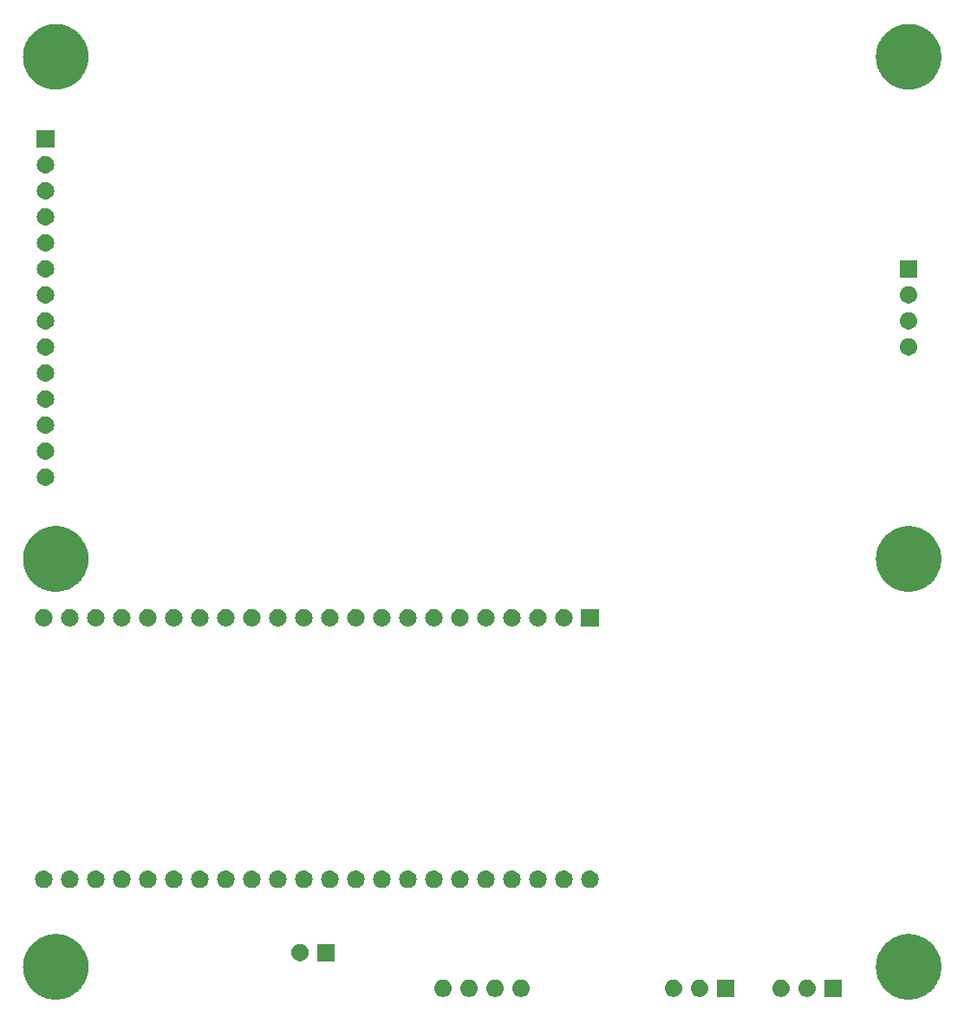
<source format=gbr>
G04 #@! TF.GenerationSoftware,KiCad,Pcbnew,8.0.5-8.0.5-0~ubuntu22.04.1*
G04 #@! TF.CreationDate,2024-09-10T12:41:45+02:00*
G04 #@! TF.ProjectId,Motherboard,4d6f7468-6572-4626-9f61-72642e6b6963,1.0*
G04 #@! TF.SameCoordinates,Original*
G04 #@! TF.FileFunction,Soldermask,Bot*
G04 #@! TF.FilePolarity,Negative*
%FSLAX46Y46*%
G04 Gerber Fmt 4.6, Leading zero omitted, Abs format (unit mm)*
G04 Created by KiCad (PCBNEW 8.0.5-8.0.5-0~ubuntu22.04.1) date 2024-09-10 12:41:45*
%MOMM*%
%LPD*%
G01*
G04 APERTURE LIST*
G04 APERTURE END LIST*
G36*
X106684866Y-126204766D02*
G01*
X106773239Y-126204766D01*
X106867593Y-126215027D01*
X106958286Y-126220121D01*
X107036297Y-126233375D01*
X107117692Y-126242228D01*
X107216827Y-126264049D01*
X107312067Y-126280231D01*
X107382406Y-126300495D01*
X107456067Y-126316709D01*
X107558574Y-126351248D01*
X107656893Y-126379573D01*
X107719045Y-126405317D01*
X107784417Y-126427344D01*
X107888715Y-126475597D01*
X107988428Y-126516900D01*
X108042068Y-126546546D01*
X108098874Y-126572827D01*
X108203243Y-126635624D01*
X108302503Y-126690483D01*
X108347599Y-126722480D01*
X108395755Y-126751455D01*
X108498321Y-126829423D01*
X108595167Y-126898139D01*
X108631908Y-126930972D01*
X108671590Y-126961138D01*
X108770412Y-127054747D01*
X108862742Y-127137258D01*
X108891553Y-127169498D01*
X108923131Y-127199410D01*
X109016173Y-127308948D01*
X109101861Y-127404833D01*
X109123383Y-127435166D01*
X109147436Y-127463483D01*
X109232634Y-127589140D01*
X109309517Y-127697497D01*
X109324576Y-127724745D01*
X109341880Y-127750266D01*
X109417197Y-127892329D01*
X109483100Y-128011572D01*
X109492691Y-128034727D01*
X109504174Y-128056386D01*
X109567585Y-128215536D01*
X109620427Y-128343107D01*
X109625682Y-128361350D01*
X109632419Y-128378257D01*
X109682018Y-128556896D01*
X109719769Y-128687933D01*
X109721926Y-128700633D01*
X109725115Y-128712116D01*
X109759106Y-128919457D01*
X109779879Y-129041714D01*
X109780259Y-129048481D01*
X109781167Y-129054020D01*
X109797856Y-129361838D01*
X109800000Y-129400000D01*
X109797856Y-129438164D01*
X109781167Y-129745979D01*
X109780259Y-129751516D01*
X109779879Y-129758286D01*
X109759102Y-129880569D01*
X109725115Y-130087883D01*
X109721927Y-130099363D01*
X109719769Y-130112067D01*
X109682010Y-130243130D01*
X109632419Y-130421742D01*
X109625683Y-130438646D01*
X109620427Y-130456893D01*
X109567574Y-130584489D01*
X109504174Y-130743613D01*
X109492693Y-130765268D01*
X109483100Y-130788428D01*
X109417184Y-130907694D01*
X109341880Y-131049733D01*
X109324579Y-131075248D01*
X109309517Y-131102503D01*
X109232618Y-131210880D01*
X109147436Y-131336516D01*
X109123387Y-131364827D01*
X109101861Y-131395167D01*
X109016156Y-131491071D01*
X108923131Y-131600589D01*
X108891559Y-131630494D01*
X108862742Y-131662742D01*
X108770393Y-131745269D01*
X108671590Y-131838861D01*
X108631915Y-131869020D01*
X108595167Y-131901861D01*
X108498301Y-131970590D01*
X108395755Y-132048544D01*
X108347609Y-132077512D01*
X108302503Y-132109517D01*
X108203222Y-132164387D01*
X108098874Y-132227172D01*
X108042079Y-132253447D01*
X107988428Y-132283100D01*
X107888694Y-132324411D01*
X107784417Y-132372655D01*
X107719058Y-132394676D01*
X107656893Y-132420427D01*
X107558554Y-132448757D01*
X107456067Y-132483290D01*
X107382420Y-132499500D01*
X107312067Y-132519769D01*
X107216807Y-132535954D01*
X107117692Y-132557771D01*
X107036309Y-132566622D01*
X106958286Y-132579879D01*
X106867588Y-132584972D01*
X106773239Y-132595234D01*
X106684866Y-132595234D01*
X106600000Y-132600000D01*
X106515134Y-132595234D01*
X106426761Y-132595234D01*
X106332411Y-132584972D01*
X106241714Y-132579879D01*
X106163691Y-132566622D01*
X106082307Y-132557771D01*
X105983187Y-132535953D01*
X105887933Y-132519769D01*
X105817582Y-132499501D01*
X105743932Y-132483290D01*
X105641438Y-132448755D01*
X105543107Y-132420427D01*
X105480945Y-132394678D01*
X105415582Y-132372655D01*
X105311295Y-132324407D01*
X105211572Y-132283100D01*
X105157925Y-132253450D01*
X105101125Y-132227172D01*
X104996764Y-132164380D01*
X104897497Y-132109517D01*
X104852396Y-132077516D01*
X104804244Y-132048544D01*
X104701683Y-131970580D01*
X104604833Y-131901861D01*
X104568089Y-131869025D01*
X104528409Y-131838861D01*
X104429588Y-131745253D01*
X104337258Y-131662742D01*
X104308445Y-131630501D01*
X104276868Y-131600589D01*
X104183823Y-131491048D01*
X104098139Y-131395167D01*
X104076617Y-131364835D01*
X104052563Y-131336516D01*
X103967358Y-131210849D01*
X103890483Y-131102503D01*
X103875424Y-131075256D01*
X103858119Y-131049733D01*
X103782791Y-130907649D01*
X103716900Y-130788428D01*
X103707310Y-130765277D01*
X103695825Y-130743613D01*
X103632399Y-130584425D01*
X103579573Y-130456893D01*
X103574318Y-130438655D01*
X103567580Y-130421742D01*
X103517961Y-130243034D01*
X103480231Y-130112067D01*
X103478074Y-130099372D01*
X103474884Y-130087883D01*
X103440869Y-129880401D01*
X103420121Y-129758286D01*
X103419741Y-129751525D01*
X103418832Y-129745979D01*
X103402114Y-129437648D01*
X103400000Y-129400000D01*
X103402114Y-129362354D01*
X103418832Y-129054020D01*
X103419741Y-129048472D01*
X103420121Y-129041714D01*
X103440864Y-128919625D01*
X103474884Y-128712116D01*
X103478074Y-128700624D01*
X103480231Y-128687933D01*
X103517954Y-128556992D01*
X103567580Y-128378257D01*
X103574319Y-128361341D01*
X103579573Y-128343107D01*
X103632388Y-128215599D01*
X103695825Y-128056386D01*
X103707312Y-128034718D01*
X103716900Y-128011572D01*
X103782778Y-127892373D01*
X103858119Y-127750266D01*
X103875427Y-127724737D01*
X103890483Y-127697497D01*
X103967343Y-127589172D01*
X104052563Y-127463483D01*
X104076621Y-127435158D01*
X104098139Y-127404833D01*
X104183806Y-127308970D01*
X104276868Y-127199410D01*
X104308451Y-127169492D01*
X104337258Y-127137258D01*
X104429569Y-127054763D01*
X104528409Y-126961138D01*
X104568097Y-126930967D01*
X104604833Y-126898139D01*
X104701663Y-126829433D01*
X104804244Y-126751455D01*
X104852405Y-126722477D01*
X104897497Y-126690483D01*
X104996744Y-126635630D01*
X105101125Y-126572827D01*
X105157936Y-126546543D01*
X105211572Y-126516900D01*
X105311275Y-126475601D01*
X105415582Y-126427344D01*
X105480958Y-126405315D01*
X105543107Y-126379573D01*
X105641418Y-126351250D01*
X105743932Y-126316709D01*
X105817596Y-126300494D01*
X105887933Y-126280231D01*
X105983167Y-126264049D01*
X106082307Y-126242228D01*
X106163704Y-126233375D01*
X106241714Y-126220121D01*
X106332406Y-126215027D01*
X106426761Y-126204766D01*
X106515134Y-126204766D01*
X106600000Y-126200000D01*
X106684866Y-126204766D01*
G37*
G36*
X189984866Y-126204766D02*
G01*
X190073239Y-126204766D01*
X190167593Y-126215027D01*
X190258286Y-126220121D01*
X190336297Y-126233375D01*
X190417692Y-126242228D01*
X190516827Y-126264049D01*
X190612067Y-126280231D01*
X190682406Y-126300495D01*
X190756067Y-126316709D01*
X190858574Y-126351248D01*
X190956893Y-126379573D01*
X191019045Y-126405317D01*
X191084417Y-126427344D01*
X191188715Y-126475597D01*
X191288428Y-126516900D01*
X191342068Y-126546546D01*
X191398874Y-126572827D01*
X191503243Y-126635624D01*
X191602503Y-126690483D01*
X191647599Y-126722480D01*
X191695755Y-126751455D01*
X191798321Y-126829423D01*
X191895167Y-126898139D01*
X191931908Y-126930972D01*
X191971590Y-126961138D01*
X192070412Y-127054747D01*
X192162742Y-127137258D01*
X192191553Y-127169498D01*
X192223131Y-127199410D01*
X192316173Y-127308948D01*
X192401861Y-127404833D01*
X192423383Y-127435166D01*
X192447436Y-127463483D01*
X192532634Y-127589140D01*
X192609517Y-127697497D01*
X192624576Y-127724745D01*
X192641880Y-127750266D01*
X192717197Y-127892329D01*
X192783100Y-128011572D01*
X192792691Y-128034727D01*
X192804174Y-128056386D01*
X192867585Y-128215536D01*
X192920427Y-128343107D01*
X192925682Y-128361350D01*
X192932419Y-128378257D01*
X192982018Y-128556896D01*
X193019769Y-128687933D01*
X193021926Y-128700633D01*
X193025115Y-128712116D01*
X193059106Y-128919457D01*
X193079879Y-129041714D01*
X193080259Y-129048481D01*
X193081167Y-129054020D01*
X193097856Y-129361838D01*
X193100000Y-129400000D01*
X193097856Y-129438164D01*
X193081167Y-129745979D01*
X193080259Y-129751516D01*
X193079879Y-129758286D01*
X193059102Y-129880569D01*
X193025115Y-130087883D01*
X193021927Y-130099363D01*
X193019769Y-130112067D01*
X192982010Y-130243130D01*
X192932419Y-130421742D01*
X192925683Y-130438646D01*
X192920427Y-130456893D01*
X192867574Y-130584489D01*
X192804174Y-130743613D01*
X192792693Y-130765268D01*
X192783100Y-130788428D01*
X192717184Y-130907694D01*
X192641880Y-131049733D01*
X192624579Y-131075248D01*
X192609517Y-131102503D01*
X192532618Y-131210880D01*
X192447436Y-131336516D01*
X192423387Y-131364827D01*
X192401861Y-131395167D01*
X192316156Y-131491071D01*
X192223131Y-131600589D01*
X192191559Y-131630494D01*
X192162742Y-131662742D01*
X192070393Y-131745269D01*
X191971590Y-131838861D01*
X191931915Y-131869020D01*
X191895167Y-131901861D01*
X191798301Y-131970590D01*
X191695755Y-132048544D01*
X191647609Y-132077512D01*
X191602503Y-132109517D01*
X191503222Y-132164387D01*
X191398874Y-132227172D01*
X191342079Y-132253447D01*
X191288428Y-132283100D01*
X191188694Y-132324411D01*
X191084417Y-132372655D01*
X191019058Y-132394676D01*
X190956893Y-132420427D01*
X190858554Y-132448757D01*
X190756067Y-132483290D01*
X190682420Y-132499500D01*
X190612067Y-132519769D01*
X190516807Y-132535954D01*
X190417692Y-132557771D01*
X190336309Y-132566622D01*
X190258286Y-132579879D01*
X190167588Y-132584972D01*
X190073239Y-132595234D01*
X189984866Y-132595234D01*
X189900000Y-132600000D01*
X189815134Y-132595234D01*
X189726761Y-132595234D01*
X189632411Y-132584972D01*
X189541714Y-132579879D01*
X189463691Y-132566622D01*
X189382307Y-132557771D01*
X189283187Y-132535953D01*
X189187933Y-132519769D01*
X189117582Y-132499501D01*
X189043932Y-132483290D01*
X188941438Y-132448755D01*
X188843107Y-132420427D01*
X188780945Y-132394678D01*
X188715582Y-132372655D01*
X188611295Y-132324407D01*
X188511572Y-132283100D01*
X188457925Y-132253450D01*
X188401125Y-132227172D01*
X188296764Y-132164380D01*
X188197497Y-132109517D01*
X188152396Y-132077516D01*
X188104244Y-132048544D01*
X188001683Y-131970580D01*
X187904833Y-131901861D01*
X187868089Y-131869025D01*
X187828409Y-131838861D01*
X187729588Y-131745253D01*
X187637258Y-131662742D01*
X187608445Y-131630501D01*
X187576868Y-131600589D01*
X187483823Y-131491048D01*
X187398139Y-131395167D01*
X187376617Y-131364835D01*
X187352563Y-131336516D01*
X187267358Y-131210849D01*
X187190483Y-131102503D01*
X187175424Y-131075256D01*
X187158119Y-131049733D01*
X187082791Y-130907649D01*
X187016900Y-130788428D01*
X187007310Y-130765277D01*
X186995825Y-130743613D01*
X186932399Y-130584425D01*
X186879573Y-130456893D01*
X186874318Y-130438655D01*
X186867580Y-130421742D01*
X186817961Y-130243034D01*
X186780231Y-130112067D01*
X186778074Y-130099372D01*
X186774884Y-130087883D01*
X186740869Y-129880401D01*
X186720121Y-129758286D01*
X186719741Y-129751525D01*
X186718832Y-129745979D01*
X186702114Y-129437648D01*
X186700000Y-129400000D01*
X186702114Y-129362354D01*
X186718832Y-129054020D01*
X186719741Y-129048472D01*
X186720121Y-129041714D01*
X186740864Y-128919625D01*
X186774884Y-128712116D01*
X186778074Y-128700624D01*
X186780231Y-128687933D01*
X186817954Y-128556992D01*
X186867580Y-128378257D01*
X186874319Y-128361341D01*
X186879573Y-128343107D01*
X186932388Y-128215599D01*
X186995825Y-128056386D01*
X187007312Y-128034718D01*
X187016900Y-128011572D01*
X187082778Y-127892373D01*
X187158119Y-127750266D01*
X187175427Y-127724737D01*
X187190483Y-127697497D01*
X187267343Y-127589172D01*
X187352563Y-127463483D01*
X187376621Y-127435158D01*
X187398139Y-127404833D01*
X187483806Y-127308970D01*
X187576868Y-127199410D01*
X187608451Y-127169492D01*
X187637258Y-127137258D01*
X187729569Y-127054763D01*
X187828409Y-126961138D01*
X187868097Y-126930967D01*
X187904833Y-126898139D01*
X188001663Y-126829433D01*
X188104244Y-126751455D01*
X188152405Y-126722477D01*
X188197497Y-126690483D01*
X188296744Y-126635630D01*
X188401125Y-126572827D01*
X188457936Y-126546543D01*
X188511572Y-126516900D01*
X188611275Y-126475601D01*
X188715582Y-126427344D01*
X188780958Y-126405315D01*
X188843107Y-126379573D01*
X188941418Y-126351250D01*
X189043932Y-126316709D01*
X189117596Y-126300494D01*
X189187933Y-126280231D01*
X189283167Y-126264049D01*
X189382307Y-126242228D01*
X189463704Y-126233375D01*
X189541714Y-126220121D01*
X189632406Y-126215027D01*
X189726761Y-126204766D01*
X189815134Y-126204766D01*
X189900000Y-126200000D01*
X189984866Y-126204766D01*
G37*
G36*
X172850000Y-132350000D02*
G01*
X171150000Y-132350000D01*
X171150000Y-130650000D01*
X172850000Y-130650000D01*
X172850000Y-132350000D01*
G37*
G36*
X183350000Y-132350000D02*
G01*
X181650000Y-132350000D01*
X181650000Y-130650000D01*
X183350000Y-130650000D01*
X183350000Y-132350000D01*
G37*
G36*
X144692664Y-130691602D02*
G01*
X144855000Y-130763878D01*
X144998761Y-130868327D01*
X145117664Y-131000383D01*
X145206514Y-131154274D01*
X145261425Y-131323275D01*
X145280000Y-131500000D01*
X145261425Y-131676725D01*
X145206514Y-131845726D01*
X145117664Y-131999617D01*
X144998761Y-132131673D01*
X144855000Y-132236122D01*
X144692664Y-132308398D01*
X144518849Y-132345344D01*
X144341151Y-132345344D01*
X144167336Y-132308398D01*
X144005000Y-132236122D01*
X143861239Y-132131673D01*
X143742336Y-131999617D01*
X143653486Y-131845726D01*
X143598575Y-131676725D01*
X143580000Y-131500000D01*
X143598575Y-131323275D01*
X143653486Y-131154274D01*
X143742336Y-131000383D01*
X143861239Y-130868327D01*
X144005000Y-130763878D01*
X144167336Y-130691602D01*
X144341151Y-130654656D01*
X144518849Y-130654656D01*
X144692664Y-130691602D01*
G37*
G36*
X147232664Y-130691602D02*
G01*
X147395000Y-130763878D01*
X147538761Y-130868327D01*
X147657664Y-131000383D01*
X147746514Y-131154274D01*
X147801425Y-131323275D01*
X147820000Y-131500000D01*
X147801425Y-131676725D01*
X147746514Y-131845726D01*
X147657664Y-131999617D01*
X147538761Y-132131673D01*
X147395000Y-132236122D01*
X147232664Y-132308398D01*
X147058849Y-132345344D01*
X146881151Y-132345344D01*
X146707336Y-132308398D01*
X146545000Y-132236122D01*
X146401239Y-132131673D01*
X146282336Y-131999617D01*
X146193486Y-131845726D01*
X146138575Y-131676725D01*
X146120000Y-131500000D01*
X146138575Y-131323275D01*
X146193486Y-131154274D01*
X146282336Y-131000383D01*
X146401239Y-130868327D01*
X146545000Y-130763878D01*
X146707336Y-130691602D01*
X146881151Y-130654656D01*
X147058849Y-130654656D01*
X147232664Y-130691602D01*
G37*
G36*
X149772664Y-130691602D02*
G01*
X149935000Y-130763878D01*
X150078761Y-130868327D01*
X150197664Y-131000383D01*
X150286514Y-131154274D01*
X150341425Y-131323275D01*
X150360000Y-131500000D01*
X150341425Y-131676725D01*
X150286514Y-131845726D01*
X150197664Y-131999617D01*
X150078761Y-132131673D01*
X149935000Y-132236122D01*
X149772664Y-132308398D01*
X149598849Y-132345344D01*
X149421151Y-132345344D01*
X149247336Y-132308398D01*
X149085000Y-132236122D01*
X148941239Y-132131673D01*
X148822336Y-131999617D01*
X148733486Y-131845726D01*
X148678575Y-131676725D01*
X148660000Y-131500000D01*
X148678575Y-131323275D01*
X148733486Y-131154274D01*
X148822336Y-131000383D01*
X148941239Y-130868327D01*
X149085000Y-130763878D01*
X149247336Y-130691602D01*
X149421151Y-130654656D01*
X149598849Y-130654656D01*
X149772664Y-130691602D01*
G37*
G36*
X152312664Y-130691602D02*
G01*
X152475000Y-130763878D01*
X152618761Y-130868327D01*
X152737664Y-131000383D01*
X152826514Y-131154274D01*
X152881425Y-131323275D01*
X152900000Y-131500000D01*
X152881425Y-131676725D01*
X152826514Y-131845726D01*
X152737664Y-131999617D01*
X152618761Y-132131673D01*
X152475000Y-132236122D01*
X152312664Y-132308398D01*
X152138849Y-132345344D01*
X151961151Y-132345344D01*
X151787336Y-132308398D01*
X151625000Y-132236122D01*
X151481239Y-132131673D01*
X151362336Y-131999617D01*
X151273486Y-131845726D01*
X151218575Y-131676725D01*
X151200000Y-131500000D01*
X151218575Y-131323275D01*
X151273486Y-131154274D01*
X151362336Y-131000383D01*
X151481239Y-130868327D01*
X151625000Y-130763878D01*
X151787336Y-130691602D01*
X151961151Y-130654656D01*
X152138849Y-130654656D01*
X152312664Y-130691602D01*
G37*
G36*
X167182664Y-130691602D02*
G01*
X167345000Y-130763878D01*
X167488761Y-130868327D01*
X167607664Y-131000383D01*
X167696514Y-131154274D01*
X167751425Y-131323275D01*
X167770000Y-131500000D01*
X167751425Y-131676725D01*
X167696514Y-131845726D01*
X167607664Y-131999617D01*
X167488761Y-132131673D01*
X167345000Y-132236122D01*
X167182664Y-132308398D01*
X167008849Y-132345344D01*
X166831151Y-132345344D01*
X166657336Y-132308398D01*
X166495000Y-132236122D01*
X166351239Y-132131673D01*
X166232336Y-131999617D01*
X166143486Y-131845726D01*
X166088575Y-131676725D01*
X166070000Y-131500000D01*
X166088575Y-131323275D01*
X166143486Y-131154274D01*
X166232336Y-131000383D01*
X166351239Y-130868327D01*
X166495000Y-130763878D01*
X166657336Y-130691602D01*
X166831151Y-130654656D01*
X167008849Y-130654656D01*
X167182664Y-130691602D01*
G37*
G36*
X169722664Y-130691602D02*
G01*
X169885000Y-130763878D01*
X170028761Y-130868327D01*
X170147664Y-131000383D01*
X170236514Y-131154274D01*
X170291425Y-131323275D01*
X170310000Y-131500000D01*
X170291425Y-131676725D01*
X170236514Y-131845726D01*
X170147664Y-131999617D01*
X170028761Y-132131673D01*
X169885000Y-132236122D01*
X169722664Y-132308398D01*
X169548849Y-132345344D01*
X169371151Y-132345344D01*
X169197336Y-132308398D01*
X169035000Y-132236122D01*
X168891239Y-132131673D01*
X168772336Y-131999617D01*
X168683486Y-131845726D01*
X168628575Y-131676725D01*
X168610000Y-131500000D01*
X168628575Y-131323275D01*
X168683486Y-131154274D01*
X168772336Y-131000383D01*
X168891239Y-130868327D01*
X169035000Y-130763878D01*
X169197336Y-130691602D01*
X169371151Y-130654656D01*
X169548849Y-130654656D01*
X169722664Y-130691602D01*
G37*
G36*
X177682664Y-130691602D02*
G01*
X177845000Y-130763878D01*
X177988761Y-130868327D01*
X178107664Y-131000383D01*
X178196514Y-131154274D01*
X178251425Y-131323275D01*
X178270000Y-131500000D01*
X178251425Y-131676725D01*
X178196514Y-131845726D01*
X178107664Y-131999617D01*
X177988761Y-132131673D01*
X177845000Y-132236122D01*
X177682664Y-132308398D01*
X177508849Y-132345344D01*
X177331151Y-132345344D01*
X177157336Y-132308398D01*
X176995000Y-132236122D01*
X176851239Y-132131673D01*
X176732336Y-131999617D01*
X176643486Y-131845726D01*
X176588575Y-131676725D01*
X176570000Y-131500000D01*
X176588575Y-131323275D01*
X176643486Y-131154274D01*
X176732336Y-131000383D01*
X176851239Y-130868327D01*
X176995000Y-130763878D01*
X177157336Y-130691602D01*
X177331151Y-130654656D01*
X177508849Y-130654656D01*
X177682664Y-130691602D01*
G37*
G36*
X180222664Y-130691602D02*
G01*
X180385000Y-130763878D01*
X180528761Y-130868327D01*
X180647664Y-131000383D01*
X180736514Y-131154274D01*
X180791425Y-131323275D01*
X180810000Y-131500000D01*
X180791425Y-131676725D01*
X180736514Y-131845726D01*
X180647664Y-131999617D01*
X180528761Y-132131673D01*
X180385000Y-132236122D01*
X180222664Y-132308398D01*
X180048849Y-132345344D01*
X179871151Y-132345344D01*
X179697336Y-132308398D01*
X179535000Y-132236122D01*
X179391239Y-132131673D01*
X179272336Y-131999617D01*
X179183486Y-131845726D01*
X179128575Y-131676725D01*
X179110000Y-131500000D01*
X179128575Y-131323275D01*
X179183486Y-131154274D01*
X179272336Y-131000383D01*
X179391239Y-130868327D01*
X179535000Y-130763878D01*
X179697336Y-130691602D01*
X179871151Y-130654656D01*
X180048849Y-130654656D01*
X180222664Y-130691602D01*
G37*
G36*
X133850000Y-128850000D02*
G01*
X132150000Y-128850000D01*
X132150000Y-127150000D01*
X133850000Y-127150000D01*
X133850000Y-128850000D01*
G37*
G36*
X130722664Y-127191602D02*
G01*
X130885000Y-127263878D01*
X131028761Y-127368327D01*
X131147664Y-127500383D01*
X131236514Y-127654274D01*
X131291425Y-127823275D01*
X131310000Y-128000000D01*
X131291425Y-128176725D01*
X131236514Y-128345726D01*
X131147664Y-128499617D01*
X131028761Y-128631673D01*
X130885000Y-128736122D01*
X130722664Y-128808398D01*
X130548849Y-128845344D01*
X130371151Y-128845344D01*
X130197336Y-128808398D01*
X130035000Y-128736122D01*
X129891239Y-128631673D01*
X129772336Y-128499617D01*
X129683486Y-128345726D01*
X129628575Y-128176725D01*
X129610000Y-128000000D01*
X129628575Y-127823275D01*
X129683486Y-127654274D01*
X129772336Y-127500383D01*
X129891239Y-127368327D01*
X130035000Y-127263878D01*
X130197336Y-127191602D01*
X130371151Y-127154656D01*
X130548849Y-127154656D01*
X130722664Y-127191602D01*
G37*
G36*
X105692664Y-120041602D02*
G01*
X105855000Y-120113878D01*
X105998761Y-120218327D01*
X106117664Y-120350383D01*
X106206514Y-120504274D01*
X106261425Y-120673275D01*
X106280000Y-120850000D01*
X106261425Y-121026725D01*
X106206514Y-121195726D01*
X106117664Y-121349617D01*
X105998761Y-121481673D01*
X105855000Y-121586122D01*
X105692664Y-121658398D01*
X105518849Y-121695344D01*
X105341151Y-121695344D01*
X105167336Y-121658398D01*
X105005000Y-121586122D01*
X104861239Y-121481673D01*
X104742336Y-121349617D01*
X104653486Y-121195726D01*
X104598575Y-121026725D01*
X104580000Y-120850000D01*
X104598575Y-120673275D01*
X104653486Y-120504274D01*
X104742336Y-120350383D01*
X104861239Y-120218327D01*
X105005000Y-120113878D01*
X105167336Y-120041602D01*
X105341151Y-120004656D01*
X105518849Y-120004656D01*
X105692664Y-120041602D01*
G37*
G36*
X108232664Y-120041602D02*
G01*
X108395000Y-120113878D01*
X108538761Y-120218327D01*
X108657664Y-120350383D01*
X108746514Y-120504274D01*
X108801425Y-120673275D01*
X108820000Y-120850000D01*
X108801425Y-121026725D01*
X108746514Y-121195726D01*
X108657664Y-121349617D01*
X108538761Y-121481673D01*
X108395000Y-121586122D01*
X108232664Y-121658398D01*
X108058849Y-121695344D01*
X107881151Y-121695344D01*
X107707336Y-121658398D01*
X107545000Y-121586122D01*
X107401239Y-121481673D01*
X107282336Y-121349617D01*
X107193486Y-121195726D01*
X107138575Y-121026725D01*
X107120000Y-120850000D01*
X107138575Y-120673275D01*
X107193486Y-120504274D01*
X107282336Y-120350383D01*
X107401239Y-120218327D01*
X107545000Y-120113878D01*
X107707336Y-120041602D01*
X107881151Y-120004656D01*
X108058849Y-120004656D01*
X108232664Y-120041602D01*
G37*
G36*
X110772664Y-120041602D02*
G01*
X110935000Y-120113878D01*
X111078761Y-120218327D01*
X111197664Y-120350383D01*
X111286514Y-120504274D01*
X111341425Y-120673275D01*
X111360000Y-120850000D01*
X111341425Y-121026725D01*
X111286514Y-121195726D01*
X111197664Y-121349617D01*
X111078761Y-121481673D01*
X110935000Y-121586122D01*
X110772664Y-121658398D01*
X110598849Y-121695344D01*
X110421151Y-121695344D01*
X110247336Y-121658398D01*
X110085000Y-121586122D01*
X109941239Y-121481673D01*
X109822336Y-121349617D01*
X109733486Y-121195726D01*
X109678575Y-121026725D01*
X109660000Y-120850000D01*
X109678575Y-120673275D01*
X109733486Y-120504274D01*
X109822336Y-120350383D01*
X109941239Y-120218327D01*
X110085000Y-120113878D01*
X110247336Y-120041602D01*
X110421151Y-120004656D01*
X110598849Y-120004656D01*
X110772664Y-120041602D01*
G37*
G36*
X113312664Y-120041602D02*
G01*
X113475000Y-120113878D01*
X113618761Y-120218327D01*
X113737664Y-120350383D01*
X113826514Y-120504274D01*
X113881425Y-120673275D01*
X113900000Y-120850000D01*
X113881425Y-121026725D01*
X113826514Y-121195726D01*
X113737664Y-121349617D01*
X113618761Y-121481673D01*
X113475000Y-121586122D01*
X113312664Y-121658398D01*
X113138849Y-121695344D01*
X112961151Y-121695344D01*
X112787336Y-121658398D01*
X112625000Y-121586122D01*
X112481239Y-121481673D01*
X112362336Y-121349617D01*
X112273486Y-121195726D01*
X112218575Y-121026725D01*
X112200000Y-120850000D01*
X112218575Y-120673275D01*
X112273486Y-120504274D01*
X112362336Y-120350383D01*
X112481239Y-120218327D01*
X112625000Y-120113878D01*
X112787336Y-120041602D01*
X112961151Y-120004656D01*
X113138849Y-120004656D01*
X113312664Y-120041602D01*
G37*
G36*
X115852664Y-120041602D02*
G01*
X116015000Y-120113878D01*
X116158761Y-120218327D01*
X116277664Y-120350383D01*
X116366514Y-120504274D01*
X116421425Y-120673275D01*
X116440000Y-120850000D01*
X116421425Y-121026725D01*
X116366514Y-121195726D01*
X116277664Y-121349617D01*
X116158761Y-121481673D01*
X116015000Y-121586122D01*
X115852664Y-121658398D01*
X115678849Y-121695344D01*
X115501151Y-121695344D01*
X115327336Y-121658398D01*
X115165000Y-121586122D01*
X115021239Y-121481673D01*
X114902336Y-121349617D01*
X114813486Y-121195726D01*
X114758575Y-121026725D01*
X114740000Y-120850000D01*
X114758575Y-120673275D01*
X114813486Y-120504274D01*
X114902336Y-120350383D01*
X115021239Y-120218327D01*
X115165000Y-120113878D01*
X115327336Y-120041602D01*
X115501151Y-120004656D01*
X115678849Y-120004656D01*
X115852664Y-120041602D01*
G37*
G36*
X118392664Y-120041602D02*
G01*
X118555000Y-120113878D01*
X118698761Y-120218327D01*
X118817664Y-120350383D01*
X118906514Y-120504274D01*
X118961425Y-120673275D01*
X118980000Y-120850000D01*
X118961425Y-121026725D01*
X118906514Y-121195726D01*
X118817664Y-121349617D01*
X118698761Y-121481673D01*
X118555000Y-121586122D01*
X118392664Y-121658398D01*
X118218849Y-121695344D01*
X118041151Y-121695344D01*
X117867336Y-121658398D01*
X117705000Y-121586122D01*
X117561239Y-121481673D01*
X117442336Y-121349617D01*
X117353486Y-121195726D01*
X117298575Y-121026725D01*
X117280000Y-120850000D01*
X117298575Y-120673275D01*
X117353486Y-120504274D01*
X117442336Y-120350383D01*
X117561239Y-120218327D01*
X117705000Y-120113878D01*
X117867336Y-120041602D01*
X118041151Y-120004656D01*
X118218849Y-120004656D01*
X118392664Y-120041602D01*
G37*
G36*
X120932664Y-120041602D02*
G01*
X121095000Y-120113878D01*
X121238761Y-120218327D01*
X121357664Y-120350383D01*
X121446514Y-120504274D01*
X121501425Y-120673275D01*
X121520000Y-120850000D01*
X121501425Y-121026725D01*
X121446514Y-121195726D01*
X121357664Y-121349617D01*
X121238761Y-121481673D01*
X121095000Y-121586122D01*
X120932664Y-121658398D01*
X120758849Y-121695344D01*
X120581151Y-121695344D01*
X120407336Y-121658398D01*
X120245000Y-121586122D01*
X120101239Y-121481673D01*
X119982336Y-121349617D01*
X119893486Y-121195726D01*
X119838575Y-121026725D01*
X119820000Y-120850000D01*
X119838575Y-120673275D01*
X119893486Y-120504274D01*
X119982336Y-120350383D01*
X120101239Y-120218327D01*
X120245000Y-120113878D01*
X120407336Y-120041602D01*
X120581151Y-120004656D01*
X120758849Y-120004656D01*
X120932664Y-120041602D01*
G37*
G36*
X123472664Y-120041602D02*
G01*
X123635000Y-120113878D01*
X123778761Y-120218327D01*
X123897664Y-120350383D01*
X123986514Y-120504274D01*
X124041425Y-120673275D01*
X124060000Y-120850000D01*
X124041425Y-121026725D01*
X123986514Y-121195726D01*
X123897664Y-121349617D01*
X123778761Y-121481673D01*
X123635000Y-121586122D01*
X123472664Y-121658398D01*
X123298849Y-121695344D01*
X123121151Y-121695344D01*
X122947336Y-121658398D01*
X122785000Y-121586122D01*
X122641239Y-121481673D01*
X122522336Y-121349617D01*
X122433486Y-121195726D01*
X122378575Y-121026725D01*
X122360000Y-120850000D01*
X122378575Y-120673275D01*
X122433486Y-120504274D01*
X122522336Y-120350383D01*
X122641239Y-120218327D01*
X122785000Y-120113878D01*
X122947336Y-120041602D01*
X123121151Y-120004656D01*
X123298849Y-120004656D01*
X123472664Y-120041602D01*
G37*
G36*
X126012664Y-120041602D02*
G01*
X126175000Y-120113878D01*
X126318761Y-120218327D01*
X126437664Y-120350383D01*
X126526514Y-120504274D01*
X126581425Y-120673275D01*
X126600000Y-120850000D01*
X126581425Y-121026725D01*
X126526514Y-121195726D01*
X126437664Y-121349617D01*
X126318761Y-121481673D01*
X126175000Y-121586122D01*
X126012664Y-121658398D01*
X125838849Y-121695344D01*
X125661151Y-121695344D01*
X125487336Y-121658398D01*
X125325000Y-121586122D01*
X125181239Y-121481673D01*
X125062336Y-121349617D01*
X124973486Y-121195726D01*
X124918575Y-121026725D01*
X124900000Y-120850000D01*
X124918575Y-120673275D01*
X124973486Y-120504274D01*
X125062336Y-120350383D01*
X125181239Y-120218327D01*
X125325000Y-120113878D01*
X125487336Y-120041602D01*
X125661151Y-120004656D01*
X125838849Y-120004656D01*
X126012664Y-120041602D01*
G37*
G36*
X128552664Y-120041602D02*
G01*
X128715000Y-120113878D01*
X128858761Y-120218327D01*
X128977664Y-120350383D01*
X129066514Y-120504274D01*
X129121425Y-120673275D01*
X129140000Y-120850000D01*
X129121425Y-121026725D01*
X129066514Y-121195726D01*
X128977664Y-121349617D01*
X128858761Y-121481673D01*
X128715000Y-121586122D01*
X128552664Y-121658398D01*
X128378849Y-121695344D01*
X128201151Y-121695344D01*
X128027336Y-121658398D01*
X127865000Y-121586122D01*
X127721239Y-121481673D01*
X127602336Y-121349617D01*
X127513486Y-121195726D01*
X127458575Y-121026725D01*
X127440000Y-120850000D01*
X127458575Y-120673275D01*
X127513486Y-120504274D01*
X127602336Y-120350383D01*
X127721239Y-120218327D01*
X127865000Y-120113878D01*
X128027336Y-120041602D01*
X128201151Y-120004656D01*
X128378849Y-120004656D01*
X128552664Y-120041602D01*
G37*
G36*
X131092664Y-120041602D02*
G01*
X131255000Y-120113878D01*
X131398761Y-120218327D01*
X131517664Y-120350383D01*
X131606514Y-120504274D01*
X131661425Y-120673275D01*
X131680000Y-120850000D01*
X131661425Y-121026725D01*
X131606514Y-121195726D01*
X131517664Y-121349617D01*
X131398761Y-121481673D01*
X131255000Y-121586122D01*
X131092664Y-121658398D01*
X130918849Y-121695344D01*
X130741151Y-121695344D01*
X130567336Y-121658398D01*
X130405000Y-121586122D01*
X130261239Y-121481673D01*
X130142336Y-121349617D01*
X130053486Y-121195726D01*
X129998575Y-121026725D01*
X129980000Y-120850000D01*
X129998575Y-120673275D01*
X130053486Y-120504274D01*
X130142336Y-120350383D01*
X130261239Y-120218327D01*
X130405000Y-120113878D01*
X130567336Y-120041602D01*
X130741151Y-120004656D01*
X130918849Y-120004656D01*
X131092664Y-120041602D01*
G37*
G36*
X133632664Y-120041602D02*
G01*
X133795000Y-120113878D01*
X133938761Y-120218327D01*
X134057664Y-120350383D01*
X134146514Y-120504274D01*
X134201425Y-120673275D01*
X134220000Y-120850000D01*
X134201425Y-121026725D01*
X134146514Y-121195726D01*
X134057664Y-121349617D01*
X133938761Y-121481673D01*
X133795000Y-121586122D01*
X133632664Y-121658398D01*
X133458849Y-121695344D01*
X133281151Y-121695344D01*
X133107336Y-121658398D01*
X132945000Y-121586122D01*
X132801239Y-121481673D01*
X132682336Y-121349617D01*
X132593486Y-121195726D01*
X132538575Y-121026725D01*
X132520000Y-120850000D01*
X132538575Y-120673275D01*
X132593486Y-120504274D01*
X132682336Y-120350383D01*
X132801239Y-120218327D01*
X132945000Y-120113878D01*
X133107336Y-120041602D01*
X133281151Y-120004656D01*
X133458849Y-120004656D01*
X133632664Y-120041602D01*
G37*
G36*
X136172664Y-120041602D02*
G01*
X136335000Y-120113878D01*
X136478761Y-120218327D01*
X136597664Y-120350383D01*
X136686514Y-120504274D01*
X136741425Y-120673275D01*
X136760000Y-120850000D01*
X136741425Y-121026725D01*
X136686514Y-121195726D01*
X136597664Y-121349617D01*
X136478761Y-121481673D01*
X136335000Y-121586122D01*
X136172664Y-121658398D01*
X135998849Y-121695344D01*
X135821151Y-121695344D01*
X135647336Y-121658398D01*
X135485000Y-121586122D01*
X135341239Y-121481673D01*
X135222336Y-121349617D01*
X135133486Y-121195726D01*
X135078575Y-121026725D01*
X135060000Y-120850000D01*
X135078575Y-120673275D01*
X135133486Y-120504274D01*
X135222336Y-120350383D01*
X135341239Y-120218327D01*
X135485000Y-120113878D01*
X135647336Y-120041602D01*
X135821151Y-120004656D01*
X135998849Y-120004656D01*
X136172664Y-120041602D01*
G37*
G36*
X138712664Y-120041602D02*
G01*
X138875000Y-120113878D01*
X139018761Y-120218327D01*
X139137664Y-120350383D01*
X139226514Y-120504274D01*
X139281425Y-120673275D01*
X139300000Y-120850000D01*
X139281425Y-121026725D01*
X139226514Y-121195726D01*
X139137664Y-121349617D01*
X139018761Y-121481673D01*
X138875000Y-121586122D01*
X138712664Y-121658398D01*
X138538849Y-121695344D01*
X138361151Y-121695344D01*
X138187336Y-121658398D01*
X138025000Y-121586122D01*
X137881239Y-121481673D01*
X137762336Y-121349617D01*
X137673486Y-121195726D01*
X137618575Y-121026725D01*
X137600000Y-120850000D01*
X137618575Y-120673275D01*
X137673486Y-120504274D01*
X137762336Y-120350383D01*
X137881239Y-120218327D01*
X138025000Y-120113878D01*
X138187336Y-120041602D01*
X138361151Y-120004656D01*
X138538849Y-120004656D01*
X138712664Y-120041602D01*
G37*
G36*
X141252664Y-120041602D02*
G01*
X141415000Y-120113878D01*
X141558761Y-120218327D01*
X141677664Y-120350383D01*
X141766514Y-120504274D01*
X141821425Y-120673275D01*
X141840000Y-120850000D01*
X141821425Y-121026725D01*
X141766514Y-121195726D01*
X141677664Y-121349617D01*
X141558761Y-121481673D01*
X141415000Y-121586122D01*
X141252664Y-121658398D01*
X141078849Y-121695344D01*
X140901151Y-121695344D01*
X140727336Y-121658398D01*
X140565000Y-121586122D01*
X140421239Y-121481673D01*
X140302336Y-121349617D01*
X140213486Y-121195726D01*
X140158575Y-121026725D01*
X140140000Y-120850000D01*
X140158575Y-120673275D01*
X140213486Y-120504274D01*
X140302336Y-120350383D01*
X140421239Y-120218327D01*
X140565000Y-120113878D01*
X140727336Y-120041602D01*
X140901151Y-120004656D01*
X141078849Y-120004656D01*
X141252664Y-120041602D01*
G37*
G36*
X143792664Y-120041602D02*
G01*
X143955000Y-120113878D01*
X144098761Y-120218327D01*
X144217664Y-120350383D01*
X144306514Y-120504274D01*
X144361425Y-120673275D01*
X144380000Y-120850000D01*
X144361425Y-121026725D01*
X144306514Y-121195726D01*
X144217664Y-121349617D01*
X144098761Y-121481673D01*
X143955000Y-121586122D01*
X143792664Y-121658398D01*
X143618849Y-121695344D01*
X143441151Y-121695344D01*
X143267336Y-121658398D01*
X143105000Y-121586122D01*
X142961239Y-121481673D01*
X142842336Y-121349617D01*
X142753486Y-121195726D01*
X142698575Y-121026725D01*
X142680000Y-120850000D01*
X142698575Y-120673275D01*
X142753486Y-120504274D01*
X142842336Y-120350383D01*
X142961239Y-120218327D01*
X143105000Y-120113878D01*
X143267336Y-120041602D01*
X143441151Y-120004656D01*
X143618849Y-120004656D01*
X143792664Y-120041602D01*
G37*
G36*
X146332664Y-120041602D02*
G01*
X146495000Y-120113878D01*
X146638761Y-120218327D01*
X146757664Y-120350383D01*
X146846514Y-120504274D01*
X146901425Y-120673275D01*
X146920000Y-120850000D01*
X146901425Y-121026725D01*
X146846514Y-121195726D01*
X146757664Y-121349617D01*
X146638761Y-121481673D01*
X146495000Y-121586122D01*
X146332664Y-121658398D01*
X146158849Y-121695344D01*
X145981151Y-121695344D01*
X145807336Y-121658398D01*
X145645000Y-121586122D01*
X145501239Y-121481673D01*
X145382336Y-121349617D01*
X145293486Y-121195726D01*
X145238575Y-121026725D01*
X145220000Y-120850000D01*
X145238575Y-120673275D01*
X145293486Y-120504274D01*
X145382336Y-120350383D01*
X145501239Y-120218327D01*
X145645000Y-120113878D01*
X145807336Y-120041602D01*
X145981151Y-120004656D01*
X146158849Y-120004656D01*
X146332664Y-120041602D01*
G37*
G36*
X148872664Y-120041602D02*
G01*
X149035000Y-120113878D01*
X149178761Y-120218327D01*
X149297664Y-120350383D01*
X149386514Y-120504274D01*
X149441425Y-120673275D01*
X149460000Y-120850000D01*
X149441425Y-121026725D01*
X149386514Y-121195726D01*
X149297664Y-121349617D01*
X149178761Y-121481673D01*
X149035000Y-121586122D01*
X148872664Y-121658398D01*
X148698849Y-121695344D01*
X148521151Y-121695344D01*
X148347336Y-121658398D01*
X148185000Y-121586122D01*
X148041239Y-121481673D01*
X147922336Y-121349617D01*
X147833486Y-121195726D01*
X147778575Y-121026725D01*
X147760000Y-120850000D01*
X147778575Y-120673275D01*
X147833486Y-120504274D01*
X147922336Y-120350383D01*
X148041239Y-120218327D01*
X148185000Y-120113878D01*
X148347336Y-120041602D01*
X148521151Y-120004656D01*
X148698849Y-120004656D01*
X148872664Y-120041602D01*
G37*
G36*
X151412664Y-120041602D02*
G01*
X151575000Y-120113878D01*
X151718761Y-120218327D01*
X151837664Y-120350383D01*
X151926514Y-120504274D01*
X151981425Y-120673275D01*
X152000000Y-120850000D01*
X151981425Y-121026725D01*
X151926514Y-121195726D01*
X151837664Y-121349617D01*
X151718761Y-121481673D01*
X151575000Y-121586122D01*
X151412664Y-121658398D01*
X151238849Y-121695344D01*
X151061151Y-121695344D01*
X150887336Y-121658398D01*
X150725000Y-121586122D01*
X150581239Y-121481673D01*
X150462336Y-121349617D01*
X150373486Y-121195726D01*
X150318575Y-121026725D01*
X150300000Y-120850000D01*
X150318575Y-120673275D01*
X150373486Y-120504274D01*
X150462336Y-120350383D01*
X150581239Y-120218327D01*
X150725000Y-120113878D01*
X150887336Y-120041602D01*
X151061151Y-120004656D01*
X151238849Y-120004656D01*
X151412664Y-120041602D01*
G37*
G36*
X153952664Y-120041602D02*
G01*
X154115000Y-120113878D01*
X154258761Y-120218327D01*
X154377664Y-120350383D01*
X154466514Y-120504274D01*
X154521425Y-120673275D01*
X154540000Y-120850000D01*
X154521425Y-121026725D01*
X154466514Y-121195726D01*
X154377664Y-121349617D01*
X154258761Y-121481673D01*
X154115000Y-121586122D01*
X153952664Y-121658398D01*
X153778849Y-121695344D01*
X153601151Y-121695344D01*
X153427336Y-121658398D01*
X153265000Y-121586122D01*
X153121239Y-121481673D01*
X153002336Y-121349617D01*
X152913486Y-121195726D01*
X152858575Y-121026725D01*
X152840000Y-120850000D01*
X152858575Y-120673275D01*
X152913486Y-120504274D01*
X153002336Y-120350383D01*
X153121239Y-120218327D01*
X153265000Y-120113878D01*
X153427336Y-120041602D01*
X153601151Y-120004656D01*
X153778849Y-120004656D01*
X153952664Y-120041602D01*
G37*
G36*
X156492664Y-120041602D02*
G01*
X156655000Y-120113878D01*
X156798761Y-120218327D01*
X156917664Y-120350383D01*
X157006514Y-120504274D01*
X157061425Y-120673275D01*
X157080000Y-120850000D01*
X157061425Y-121026725D01*
X157006514Y-121195726D01*
X156917664Y-121349617D01*
X156798761Y-121481673D01*
X156655000Y-121586122D01*
X156492664Y-121658398D01*
X156318849Y-121695344D01*
X156141151Y-121695344D01*
X155967336Y-121658398D01*
X155805000Y-121586122D01*
X155661239Y-121481673D01*
X155542336Y-121349617D01*
X155453486Y-121195726D01*
X155398575Y-121026725D01*
X155380000Y-120850000D01*
X155398575Y-120673275D01*
X155453486Y-120504274D01*
X155542336Y-120350383D01*
X155661239Y-120218327D01*
X155805000Y-120113878D01*
X155967336Y-120041602D01*
X156141151Y-120004656D01*
X156318849Y-120004656D01*
X156492664Y-120041602D01*
G37*
G36*
X159032664Y-120041602D02*
G01*
X159195000Y-120113878D01*
X159338761Y-120218327D01*
X159457664Y-120350383D01*
X159546514Y-120504274D01*
X159601425Y-120673275D01*
X159620000Y-120850000D01*
X159601425Y-121026725D01*
X159546514Y-121195726D01*
X159457664Y-121349617D01*
X159338761Y-121481673D01*
X159195000Y-121586122D01*
X159032664Y-121658398D01*
X158858849Y-121695344D01*
X158681151Y-121695344D01*
X158507336Y-121658398D01*
X158345000Y-121586122D01*
X158201239Y-121481673D01*
X158082336Y-121349617D01*
X157993486Y-121195726D01*
X157938575Y-121026725D01*
X157920000Y-120850000D01*
X157938575Y-120673275D01*
X157993486Y-120504274D01*
X158082336Y-120350383D01*
X158201239Y-120218327D01*
X158345000Y-120113878D01*
X158507336Y-120041602D01*
X158681151Y-120004656D01*
X158858849Y-120004656D01*
X159032664Y-120041602D01*
G37*
G36*
X159620000Y-96200000D02*
G01*
X157920000Y-96200000D01*
X157920000Y-94500000D01*
X159620000Y-94500000D01*
X159620000Y-96200000D01*
G37*
G36*
X105692664Y-94541602D02*
G01*
X105855000Y-94613878D01*
X105998761Y-94718327D01*
X106117664Y-94850383D01*
X106206514Y-95004274D01*
X106261425Y-95173275D01*
X106280000Y-95350000D01*
X106261425Y-95526725D01*
X106206514Y-95695726D01*
X106117664Y-95849617D01*
X105998761Y-95981673D01*
X105855000Y-96086122D01*
X105692664Y-96158398D01*
X105518849Y-96195344D01*
X105341151Y-96195344D01*
X105167336Y-96158398D01*
X105005000Y-96086122D01*
X104861239Y-95981673D01*
X104742336Y-95849617D01*
X104653486Y-95695726D01*
X104598575Y-95526725D01*
X104580000Y-95350000D01*
X104598575Y-95173275D01*
X104653486Y-95004274D01*
X104742336Y-94850383D01*
X104861239Y-94718327D01*
X105005000Y-94613878D01*
X105167336Y-94541602D01*
X105341151Y-94504656D01*
X105518849Y-94504656D01*
X105692664Y-94541602D01*
G37*
G36*
X108232664Y-94541602D02*
G01*
X108395000Y-94613878D01*
X108538761Y-94718327D01*
X108657664Y-94850383D01*
X108746514Y-95004274D01*
X108801425Y-95173275D01*
X108820000Y-95350000D01*
X108801425Y-95526725D01*
X108746514Y-95695726D01*
X108657664Y-95849617D01*
X108538761Y-95981673D01*
X108395000Y-96086122D01*
X108232664Y-96158398D01*
X108058849Y-96195344D01*
X107881151Y-96195344D01*
X107707336Y-96158398D01*
X107545000Y-96086122D01*
X107401239Y-95981673D01*
X107282336Y-95849617D01*
X107193486Y-95695726D01*
X107138575Y-95526725D01*
X107120000Y-95350000D01*
X107138575Y-95173275D01*
X107193486Y-95004274D01*
X107282336Y-94850383D01*
X107401239Y-94718327D01*
X107545000Y-94613878D01*
X107707336Y-94541602D01*
X107881151Y-94504656D01*
X108058849Y-94504656D01*
X108232664Y-94541602D01*
G37*
G36*
X110772664Y-94541602D02*
G01*
X110935000Y-94613878D01*
X111078761Y-94718327D01*
X111197664Y-94850383D01*
X111286514Y-95004274D01*
X111341425Y-95173275D01*
X111360000Y-95350000D01*
X111341425Y-95526725D01*
X111286514Y-95695726D01*
X111197664Y-95849617D01*
X111078761Y-95981673D01*
X110935000Y-96086122D01*
X110772664Y-96158398D01*
X110598849Y-96195344D01*
X110421151Y-96195344D01*
X110247336Y-96158398D01*
X110085000Y-96086122D01*
X109941239Y-95981673D01*
X109822336Y-95849617D01*
X109733486Y-95695726D01*
X109678575Y-95526725D01*
X109660000Y-95350000D01*
X109678575Y-95173275D01*
X109733486Y-95004274D01*
X109822336Y-94850383D01*
X109941239Y-94718327D01*
X110085000Y-94613878D01*
X110247336Y-94541602D01*
X110421151Y-94504656D01*
X110598849Y-94504656D01*
X110772664Y-94541602D01*
G37*
G36*
X113312664Y-94541602D02*
G01*
X113475000Y-94613878D01*
X113618761Y-94718327D01*
X113737664Y-94850383D01*
X113826514Y-95004274D01*
X113881425Y-95173275D01*
X113900000Y-95350000D01*
X113881425Y-95526725D01*
X113826514Y-95695726D01*
X113737664Y-95849617D01*
X113618761Y-95981673D01*
X113475000Y-96086122D01*
X113312664Y-96158398D01*
X113138849Y-96195344D01*
X112961151Y-96195344D01*
X112787336Y-96158398D01*
X112625000Y-96086122D01*
X112481239Y-95981673D01*
X112362336Y-95849617D01*
X112273486Y-95695726D01*
X112218575Y-95526725D01*
X112200000Y-95350000D01*
X112218575Y-95173275D01*
X112273486Y-95004274D01*
X112362336Y-94850383D01*
X112481239Y-94718327D01*
X112625000Y-94613878D01*
X112787336Y-94541602D01*
X112961151Y-94504656D01*
X113138849Y-94504656D01*
X113312664Y-94541602D01*
G37*
G36*
X115852664Y-94541602D02*
G01*
X116015000Y-94613878D01*
X116158761Y-94718327D01*
X116277664Y-94850383D01*
X116366514Y-95004274D01*
X116421425Y-95173275D01*
X116440000Y-95350000D01*
X116421425Y-95526725D01*
X116366514Y-95695726D01*
X116277664Y-95849617D01*
X116158761Y-95981673D01*
X116015000Y-96086122D01*
X115852664Y-96158398D01*
X115678849Y-96195344D01*
X115501151Y-96195344D01*
X115327336Y-96158398D01*
X115165000Y-96086122D01*
X115021239Y-95981673D01*
X114902336Y-95849617D01*
X114813486Y-95695726D01*
X114758575Y-95526725D01*
X114740000Y-95350000D01*
X114758575Y-95173275D01*
X114813486Y-95004274D01*
X114902336Y-94850383D01*
X115021239Y-94718327D01*
X115165000Y-94613878D01*
X115327336Y-94541602D01*
X115501151Y-94504656D01*
X115678849Y-94504656D01*
X115852664Y-94541602D01*
G37*
G36*
X118392664Y-94541602D02*
G01*
X118555000Y-94613878D01*
X118698761Y-94718327D01*
X118817664Y-94850383D01*
X118906514Y-95004274D01*
X118961425Y-95173275D01*
X118980000Y-95350000D01*
X118961425Y-95526725D01*
X118906514Y-95695726D01*
X118817664Y-95849617D01*
X118698761Y-95981673D01*
X118555000Y-96086122D01*
X118392664Y-96158398D01*
X118218849Y-96195344D01*
X118041151Y-96195344D01*
X117867336Y-96158398D01*
X117705000Y-96086122D01*
X117561239Y-95981673D01*
X117442336Y-95849617D01*
X117353486Y-95695726D01*
X117298575Y-95526725D01*
X117280000Y-95350000D01*
X117298575Y-95173275D01*
X117353486Y-95004274D01*
X117442336Y-94850383D01*
X117561239Y-94718327D01*
X117705000Y-94613878D01*
X117867336Y-94541602D01*
X118041151Y-94504656D01*
X118218849Y-94504656D01*
X118392664Y-94541602D01*
G37*
G36*
X120932664Y-94541602D02*
G01*
X121095000Y-94613878D01*
X121238761Y-94718327D01*
X121357664Y-94850383D01*
X121446514Y-95004274D01*
X121501425Y-95173275D01*
X121520000Y-95350000D01*
X121501425Y-95526725D01*
X121446514Y-95695726D01*
X121357664Y-95849617D01*
X121238761Y-95981673D01*
X121095000Y-96086122D01*
X120932664Y-96158398D01*
X120758849Y-96195344D01*
X120581151Y-96195344D01*
X120407336Y-96158398D01*
X120245000Y-96086122D01*
X120101239Y-95981673D01*
X119982336Y-95849617D01*
X119893486Y-95695726D01*
X119838575Y-95526725D01*
X119820000Y-95350000D01*
X119838575Y-95173275D01*
X119893486Y-95004274D01*
X119982336Y-94850383D01*
X120101239Y-94718327D01*
X120245000Y-94613878D01*
X120407336Y-94541602D01*
X120581151Y-94504656D01*
X120758849Y-94504656D01*
X120932664Y-94541602D01*
G37*
G36*
X123472664Y-94541602D02*
G01*
X123635000Y-94613878D01*
X123778761Y-94718327D01*
X123897664Y-94850383D01*
X123986514Y-95004274D01*
X124041425Y-95173275D01*
X124060000Y-95350000D01*
X124041425Y-95526725D01*
X123986514Y-95695726D01*
X123897664Y-95849617D01*
X123778761Y-95981673D01*
X123635000Y-96086122D01*
X123472664Y-96158398D01*
X123298849Y-96195344D01*
X123121151Y-96195344D01*
X122947336Y-96158398D01*
X122785000Y-96086122D01*
X122641239Y-95981673D01*
X122522336Y-95849617D01*
X122433486Y-95695726D01*
X122378575Y-95526725D01*
X122360000Y-95350000D01*
X122378575Y-95173275D01*
X122433486Y-95004274D01*
X122522336Y-94850383D01*
X122641239Y-94718327D01*
X122785000Y-94613878D01*
X122947336Y-94541602D01*
X123121151Y-94504656D01*
X123298849Y-94504656D01*
X123472664Y-94541602D01*
G37*
G36*
X126012664Y-94541602D02*
G01*
X126175000Y-94613878D01*
X126318761Y-94718327D01*
X126437664Y-94850383D01*
X126526514Y-95004274D01*
X126581425Y-95173275D01*
X126600000Y-95350000D01*
X126581425Y-95526725D01*
X126526514Y-95695726D01*
X126437664Y-95849617D01*
X126318761Y-95981673D01*
X126175000Y-96086122D01*
X126012664Y-96158398D01*
X125838849Y-96195344D01*
X125661151Y-96195344D01*
X125487336Y-96158398D01*
X125325000Y-96086122D01*
X125181239Y-95981673D01*
X125062336Y-95849617D01*
X124973486Y-95695726D01*
X124918575Y-95526725D01*
X124900000Y-95350000D01*
X124918575Y-95173275D01*
X124973486Y-95004274D01*
X125062336Y-94850383D01*
X125181239Y-94718327D01*
X125325000Y-94613878D01*
X125487336Y-94541602D01*
X125661151Y-94504656D01*
X125838849Y-94504656D01*
X126012664Y-94541602D01*
G37*
G36*
X128552664Y-94541602D02*
G01*
X128715000Y-94613878D01*
X128858761Y-94718327D01*
X128977664Y-94850383D01*
X129066514Y-95004274D01*
X129121425Y-95173275D01*
X129140000Y-95350000D01*
X129121425Y-95526725D01*
X129066514Y-95695726D01*
X128977664Y-95849617D01*
X128858761Y-95981673D01*
X128715000Y-96086122D01*
X128552664Y-96158398D01*
X128378849Y-96195344D01*
X128201151Y-96195344D01*
X128027336Y-96158398D01*
X127865000Y-96086122D01*
X127721239Y-95981673D01*
X127602336Y-95849617D01*
X127513486Y-95695726D01*
X127458575Y-95526725D01*
X127440000Y-95350000D01*
X127458575Y-95173275D01*
X127513486Y-95004274D01*
X127602336Y-94850383D01*
X127721239Y-94718327D01*
X127865000Y-94613878D01*
X128027336Y-94541602D01*
X128201151Y-94504656D01*
X128378849Y-94504656D01*
X128552664Y-94541602D01*
G37*
G36*
X131092664Y-94541602D02*
G01*
X131255000Y-94613878D01*
X131398761Y-94718327D01*
X131517664Y-94850383D01*
X131606514Y-95004274D01*
X131661425Y-95173275D01*
X131680000Y-95350000D01*
X131661425Y-95526725D01*
X131606514Y-95695726D01*
X131517664Y-95849617D01*
X131398761Y-95981673D01*
X131255000Y-96086122D01*
X131092664Y-96158398D01*
X130918849Y-96195344D01*
X130741151Y-96195344D01*
X130567336Y-96158398D01*
X130405000Y-96086122D01*
X130261239Y-95981673D01*
X130142336Y-95849617D01*
X130053486Y-95695726D01*
X129998575Y-95526725D01*
X129980000Y-95350000D01*
X129998575Y-95173275D01*
X130053486Y-95004274D01*
X130142336Y-94850383D01*
X130261239Y-94718327D01*
X130405000Y-94613878D01*
X130567336Y-94541602D01*
X130741151Y-94504656D01*
X130918849Y-94504656D01*
X131092664Y-94541602D01*
G37*
G36*
X133632664Y-94541602D02*
G01*
X133795000Y-94613878D01*
X133938761Y-94718327D01*
X134057664Y-94850383D01*
X134146514Y-95004274D01*
X134201425Y-95173275D01*
X134220000Y-95350000D01*
X134201425Y-95526725D01*
X134146514Y-95695726D01*
X134057664Y-95849617D01*
X133938761Y-95981673D01*
X133795000Y-96086122D01*
X133632664Y-96158398D01*
X133458849Y-96195344D01*
X133281151Y-96195344D01*
X133107336Y-96158398D01*
X132945000Y-96086122D01*
X132801239Y-95981673D01*
X132682336Y-95849617D01*
X132593486Y-95695726D01*
X132538575Y-95526725D01*
X132520000Y-95350000D01*
X132538575Y-95173275D01*
X132593486Y-95004274D01*
X132682336Y-94850383D01*
X132801239Y-94718327D01*
X132945000Y-94613878D01*
X133107336Y-94541602D01*
X133281151Y-94504656D01*
X133458849Y-94504656D01*
X133632664Y-94541602D01*
G37*
G36*
X136172664Y-94541602D02*
G01*
X136335000Y-94613878D01*
X136478761Y-94718327D01*
X136597664Y-94850383D01*
X136686514Y-95004274D01*
X136741425Y-95173275D01*
X136760000Y-95350000D01*
X136741425Y-95526725D01*
X136686514Y-95695726D01*
X136597664Y-95849617D01*
X136478761Y-95981673D01*
X136335000Y-96086122D01*
X136172664Y-96158398D01*
X135998849Y-96195344D01*
X135821151Y-96195344D01*
X135647336Y-96158398D01*
X135485000Y-96086122D01*
X135341239Y-95981673D01*
X135222336Y-95849617D01*
X135133486Y-95695726D01*
X135078575Y-95526725D01*
X135060000Y-95350000D01*
X135078575Y-95173275D01*
X135133486Y-95004274D01*
X135222336Y-94850383D01*
X135341239Y-94718327D01*
X135485000Y-94613878D01*
X135647336Y-94541602D01*
X135821151Y-94504656D01*
X135998849Y-94504656D01*
X136172664Y-94541602D01*
G37*
G36*
X138712664Y-94541602D02*
G01*
X138875000Y-94613878D01*
X139018761Y-94718327D01*
X139137664Y-94850383D01*
X139226514Y-95004274D01*
X139281425Y-95173275D01*
X139300000Y-95350000D01*
X139281425Y-95526725D01*
X139226514Y-95695726D01*
X139137664Y-95849617D01*
X139018761Y-95981673D01*
X138875000Y-96086122D01*
X138712664Y-96158398D01*
X138538849Y-96195344D01*
X138361151Y-96195344D01*
X138187336Y-96158398D01*
X138025000Y-96086122D01*
X137881239Y-95981673D01*
X137762336Y-95849617D01*
X137673486Y-95695726D01*
X137618575Y-95526725D01*
X137600000Y-95350000D01*
X137618575Y-95173275D01*
X137673486Y-95004274D01*
X137762336Y-94850383D01*
X137881239Y-94718327D01*
X138025000Y-94613878D01*
X138187336Y-94541602D01*
X138361151Y-94504656D01*
X138538849Y-94504656D01*
X138712664Y-94541602D01*
G37*
G36*
X141252664Y-94541602D02*
G01*
X141415000Y-94613878D01*
X141558761Y-94718327D01*
X141677664Y-94850383D01*
X141766514Y-95004274D01*
X141821425Y-95173275D01*
X141840000Y-95350000D01*
X141821425Y-95526725D01*
X141766514Y-95695726D01*
X141677664Y-95849617D01*
X141558761Y-95981673D01*
X141415000Y-96086122D01*
X141252664Y-96158398D01*
X141078849Y-96195344D01*
X140901151Y-96195344D01*
X140727336Y-96158398D01*
X140565000Y-96086122D01*
X140421239Y-95981673D01*
X140302336Y-95849617D01*
X140213486Y-95695726D01*
X140158575Y-95526725D01*
X140140000Y-95350000D01*
X140158575Y-95173275D01*
X140213486Y-95004274D01*
X140302336Y-94850383D01*
X140421239Y-94718327D01*
X140565000Y-94613878D01*
X140727336Y-94541602D01*
X140901151Y-94504656D01*
X141078849Y-94504656D01*
X141252664Y-94541602D01*
G37*
G36*
X143792664Y-94541602D02*
G01*
X143955000Y-94613878D01*
X144098761Y-94718327D01*
X144217664Y-94850383D01*
X144306514Y-95004274D01*
X144361425Y-95173275D01*
X144380000Y-95350000D01*
X144361425Y-95526725D01*
X144306514Y-95695726D01*
X144217664Y-95849617D01*
X144098761Y-95981673D01*
X143955000Y-96086122D01*
X143792664Y-96158398D01*
X143618849Y-96195344D01*
X143441151Y-96195344D01*
X143267336Y-96158398D01*
X143105000Y-96086122D01*
X142961239Y-95981673D01*
X142842336Y-95849617D01*
X142753486Y-95695726D01*
X142698575Y-95526725D01*
X142680000Y-95350000D01*
X142698575Y-95173275D01*
X142753486Y-95004274D01*
X142842336Y-94850383D01*
X142961239Y-94718327D01*
X143105000Y-94613878D01*
X143267336Y-94541602D01*
X143441151Y-94504656D01*
X143618849Y-94504656D01*
X143792664Y-94541602D01*
G37*
G36*
X146332664Y-94541602D02*
G01*
X146495000Y-94613878D01*
X146638761Y-94718327D01*
X146757664Y-94850383D01*
X146846514Y-95004274D01*
X146901425Y-95173275D01*
X146920000Y-95350000D01*
X146901425Y-95526725D01*
X146846514Y-95695726D01*
X146757664Y-95849617D01*
X146638761Y-95981673D01*
X146495000Y-96086122D01*
X146332664Y-96158398D01*
X146158849Y-96195344D01*
X145981151Y-96195344D01*
X145807336Y-96158398D01*
X145645000Y-96086122D01*
X145501239Y-95981673D01*
X145382336Y-95849617D01*
X145293486Y-95695726D01*
X145238575Y-95526725D01*
X145220000Y-95350000D01*
X145238575Y-95173275D01*
X145293486Y-95004274D01*
X145382336Y-94850383D01*
X145501239Y-94718327D01*
X145645000Y-94613878D01*
X145807336Y-94541602D01*
X145981151Y-94504656D01*
X146158849Y-94504656D01*
X146332664Y-94541602D01*
G37*
G36*
X148872664Y-94541602D02*
G01*
X149035000Y-94613878D01*
X149178761Y-94718327D01*
X149297664Y-94850383D01*
X149386514Y-95004274D01*
X149441425Y-95173275D01*
X149460000Y-95350000D01*
X149441425Y-95526725D01*
X149386514Y-95695726D01*
X149297664Y-95849617D01*
X149178761Y-95981673D01*
X149035000Y-96086122D01*
X148872664Y-96158398D01*
X148698849Y-96195344D01*
X148521151Y-96195344D01*
X148347336Y-96158398D01*
X148185000Y-96086122D01*
X148041239Y-95981673D01*
X147922336Y-95849617D01*
X147833486Y-95695726D01*
X147778575Y-95526725D01*
X147760000Y-95350000D01*
X147778575Y-95173275D01*
X147833486Y-95004274D01*
X147922336Y-94850383D01*
X148041239Y-94718327D01*
X148185000Y-94613878D01*
X148347336Y-94541602D01*
X148521151Y-94504656D01*
X148698849Y-94504656D01*
X148872664Y-94541602D01*
G37*
G36*
X151412664Y-94541602D02*
G01*
X151575000Y-94613878D01*
X151718761Y-94718327D01*
X151837664Y-94850383D01*
X151926514Y-95004274D01*
X151981425Y-95173275D01*
X152000000Y-95350000D01*
X151981425Y-95526725D01*
X151926514Y-95695726D01*
X151837664Y-95849617D01*
X151718761Y-95981673D01*
X151575000Y-96086122D01*
X151412664Y-96158398D01*
X151238849Y-96195344D01*
X151061151Y-96195344D01*
X150887336Y-96158398D01*
X150725000Y-96086122D01*
X150581239Y-95981673D01*
X150462336Y-95849617D01*
X150373486Y-95695726D01*
X150318575Y-95526725D01*
X150300000Y-95350000D01*
X150318575Y-95173275D01*
X150373486Y-95004274D01*
X150462336Y-94850383D01*
X150581239Y-94718327D01*
X150725000Y-94613878D01*
X150887336Y-94541602D01*
X151061151Y-94504656D01*
X151238849Y-94504656D01*
X151412664Y-94541602D01*
G37*
G36*
X153952664Y-94541602D02*
G01*
X154115000Y-94613878D01*
X154258761Y-94718327D01*
X154377664Y-94850383D01*
X154466514Y-95004274D01*
X154521425Y-95173275D01*
X154540000Y-95350000D01*
X154521425Y-95526725D01*
X154466514Y-95695726D01*
X154377664Y-95849617D01*
X154258761Y-95981673D01*
X154115000Y-96086122D01*
X153952664Y-96158398D01*
X153778849Y-96195344D01*
X153601151Y-96195344D01*
X153427336Y-96158398D01*
X153265000Y-96086122D01*
X153121239Y-95981673D01*
X153002336Y-95849617D01*
X152913486Y-95695726D01*
X152858575Y-95526725D01*
X152840000Y-95350000D01*
X152858575Y-95173275D01*
X152913486Y-95004274D01*
X153002336Y-94850383D01*
X153121239Y-94718327D01*
X153265000Y-94613878D01*
X153427336Y-94541602D01*
X153601151Y-94504656D01*
X153778849Y-94504656D01*
X153952664Y-94541602D01*
G37*
G36*
X156492664Y-94541602D02*
G01*
X156655000Y-94613878D01*
X156798761Y-94718327D01*
X156917664Y-94850383D01*
X157006514Y-95004274D01*
X157061425Y-95173275D01*
X157080000Y-95350000D01*
X157061425Y-95526725D01*
X157006514Y-95695726D01*
X156917664Y-95849617D01*
X156798761Y-95981673D01*
X156655000Y-96086122D01*
X156492664Y-96158398D01*
X156318849Y-96195344D01*
X156141151Y-96195344D01*
X155967336Y-96158398D01*
X155805000Y-96086122D01*
X155661239Y-95981673D01*
X155542336Y-95849617D01*
X155453486Y-95695726D01*
X155398575Y-95526725D01*
X155380000Y-95350000D01*
X155398575Y-95173275D01*
X155453486Y-95004274D01*
X155542336Y-94850383D01*
X155661239Y-94718327D01*
X155805000Y-94613878D01*
X155967336Y-94541602D01*
X156141151Y-94504656D01*
X156318849Y-94504656D01*
X156492664Y-94541602D01*
G37*
G36*
X106684866Y-86404766D02*
G01*
X106773239Y-86404766D01*
X106867593Y-86415027D01*
X106958286Y-86420121D01*
X107036297Y-86433375D01*
X107117692Y-86442228D01*
X107216827Y-86464049D01*
X107312067Y-86480231D01*
X107382406Y-86500495D01*
X107456067Y-86516709D01*
X107558574Y-86551248D01*
X107656893Y-86579573D01*
X107719045Y-86605317D01*
X107784417Y-86627344D01*
X107888715Y-86675597D01*
X107988428Y-86716900D01*
X108042068Y-86746546D01*
X108098874Y-86772827D01*
X108203243Y-86835624D01*
X108302503Y-86890483D01*
X108347599Y-86922480D01*
X108395755Y-86951455D01*
X108498321Y-87029423D01*
X108595167Y-87098139D01*
X108631908Y-87130972D01*
X108671590Y-87161138D01*
X108770412Y-87254747D01*
X108862742Y-87337258D01*
X108891553Y-87369498D01*
X108923131Y-87399410D01*
X109016173Y-87508948D01*
X109101861Y-87604833D01*
X109123383Y-87635166D01*
X109147436Y-87663483D01*
X109232634Y-87789140D01*
X109309517Y-87897497D01*
X109324576Y-87924745D01*
X109341880Y-87950266D01*
X109417197Y-88092329D01*
X109483100Y-88211572D01*
X109492691Y-88234727D01*
X109504174Y-88256386D01*
X109567585Y-88415536D01*
X109620427Y-88543107D01*
X109625682Y-88561350D01*
X109632419Y-88578257D01*
X109682018Y-88756896D01*
X109719769Y-88887933D01*
X109721926Y-88900633D01*
X109725115Y-88912116D01*
X109759106Y-89119457D01*
X109779879Y-89241714D01*
X109780259Y-89248481D01*
X109781167Y-89254020D01*
X109797856Y-89561838D01*
X109800000Y-89600000D01*
X109797856Y-89638164D01*
X109781167Y-89945979D01*
X109780259Y-89951516D01*
X109779879Y-89958286D01*
X109759102Y-90080569D01*
X109725115Y-90287883D01*
X109721927Y-90299363D01*
X109719769Y-90312067D01*
X109682010Y-90443130D01*
X109632419Y-90621742D01*
X109625683Y-90638646D01*
X109620427Y-90656893D01*
X109567574Y-90784489D01*
X109504174Y-90943613D01*
X109492693Y-90965268D01*
X109483100Y-90988428D01*
X109417184Y-91107694D01*
X109341880Y-91249733D01*
X109324579Y-91275248D01*
X109309517Y-91302503D01*
X109232618Y-91410880D01*
X109147436Y-91536516D01*
X109123387Y-91564827D01*
X109101861Y-91595167D01*
X109016156Y-91691071D01*
X108923131Y-91800589D01*
X108891559Y-91830494D01*
X108862742Y-91862742D01*
X108770393Y-91945269D01*
X108671590Y-92038861D01*
X108631915Y-92069020D01*
X108595167Y-92101861D01*
X108498301Y-92170590D01*
X108395755Y-92248544D01*
X108347609Y-92277512D01*
X108302503Y-92309517D01*
X108203222Y-92364387D01*
X108098874Y-92427172D01*
X108042079Y-92453447D01*
X107988428Y-92483100D01*
X107888694Y-92524411D01*
X107784417Y-92572655D01*
X107719058Y-92594676D01*
X107656893Y-92620427D01*
X107558554Y-92648757D01*
X107456067Y-92683290D01*
X107382420Y-92699500D01*
X107312067Y-92719769D01*
X107216807Y-92735954D01*
X107117692Y-92757771D01*
X107036309Y-92766622D01*
X106958286Y-92779879D01*
X106867588Y-92784972D01*
X106773239Y-92795234D01*
X106684866Y-92795234D01*
X106600000Y-92800000D01*
X106515134Y-92795234D01*
X106426761Y-92795234D01*
X106332411Y-92784972D01*
X106241714Y-92779879D01*
X106163691Y-92766622D01*
X106082307Y-92757771D01*
X105983187Y-92735953D01*
X105887933Y-92719769D01*
X105817582Y-92699501D01*
X105743932Y-92683290D01*
X105641438Y-92648755D01*
X105543107Y-92620427D01*
X105480945Y-92594678D01*
X105415582Y-92572655D01*
X105311295Y-92524407D01*
X105211572Y-92483100D01*
X105157925Y-92453450D01*
X105101125Y-92427172D01*
X104996764Y-92364380D01*
X104897497Y-92309517D01*
X104852396Y-92277516D01*
X104804244Y-92248544D01*
X104701683Y-92170580D01*
X104604833Y-92101861D01*
X104568089Y-92069025D01*
X104528409Y-92038861D01*
X104429588Y-91945253D01*
X104337258Y-91862742D01*
X104308445Y-91830501D01*
X104276868Y-91800589D01*
X104183823Y-91691048D01*
X104098139Y-91595167D01*
X104076617Y-91564835D01*
X104052563Y-91536516D01*
X103967358Y-91410849D01*
X103890483Y-91302503D01*
X103875424Y-91275256D01*
X103858119Y-91249733D01*
X103782791Y-91107649D01*
X103716900Y-90988428D01*
X103707310Y-90965277D01*
X103695825Y-90943613D01*
X103632399Y-90784425D01*
X103579573Y-90656893D01*
X103574318Y-90638655D01*
X103567580Y-90621742D01*
X103517961Y-90443034D01*
X103480231Y-90312067D01*
X103478074Y-90299372D01*
X103474884Y-90287883D01*
X103440869Y-90080401D01*
X103420121Y-89958286D01*
X103419741Y-89951525D01*
X103418832Y-89945979D01*
X103402114Y-89637648D01*
X103400000Y-89600000D01*
X103402114Y-89562354D01*
X103418832Y-89254020D01*
X103419741Y-89248472D01*
X103420121Y-89241714D01*
X103440864Y-89119625D01*
X103474884Y-88912116D01*
X103478074Y-88900624D01*
X103480231Y-88887933D01*
X103517954Y-88756992D01*
X103567580Y-88578257D01*
X103574319Y-88561341D01*
X103579573Y-88543107D01*
X103632388Y-88415599D01*
X103695825Y-88256386D01*
X103707312Y-88234718D01*
X103716900Y-88211572D01*
X103782778Y-88092373D01*
X103858119Y-87950266D01*
X103875427Y-87924737D01*
X103890483Y-87897497D01*
X103967343Y-87789172D01*
X104052563Y-87663483D01*
X104076621Y-87635158D01*
X104098139Y-87604833D01*
X104183806Y-87508970D01*
X104276868Y-87399410D01*
X104308451Y-87369492D01*
X104337258Y-87337258D01*
X104429569Y-87254763D01*
X104528409Y-87161138D01*
X104568097Y-87130967D01*
X104604833Y-87098139D01*
X104701663Y-87029433D01*
X104804244Y-86951455D01*
X104852405Y-86922477D01*
X104897497Y-86890483D01*
X104996744Y-86835630D01*
X105101125Y-86772827D01*
X105157936Y-86746543D01*
X105211572Y-86716900D01*
X105311275Y-86675601D01*
X105415582Y-86627344D01*
X105480958Y-86605315D01*
X105543107Y-86579573D01*
X105641418Y-86551250D01*
X105743932Y-86516709D01*
X105817596Y-86500494D01*
X105887933Y-86480231D01*
X105983167Y-86464049D01*
X106082307Y-86442228D01*
X106163704Y-86433375D01*
X106241714Y-86420121D01*
X106332406Y-86415027D01*
X106426761Y-86404766D01*
X106515134Y-86404766D01*
X106600000Y-86400000D01*
X106684866Y-86404766D01*
G37*
G36*
X189984866Y-86404766D02*
G01*
X190073239Y-86404766D01*
X190167593Y-86415027D01*
X190258286Y-86420121D01*
X190336297Y-86433375D01*
X190417692Y-86442228D01*
X190516827Y-86464049D01*
X190612067Y-86480231D01*
X190682406Y-86500495D01*
X190756067Y-86516709D01*
X190858574Y-86551248D01*
X190956893Y-86579573D01*
X191019045Y-86605317D01*
X191084417Y-86627344D01*
X191188715Y-86675597D01*
X191288428Y-86716900D01*
X191342068Y-86746546D01*
X191398874Y-86772827D01*
X191503243Y-86835624D01*
X191602503Y-86890483D01*
X191647599Y-86922480D01*
X191695755Y-86951455D01*
X191798321Y-87029423D01*
X191895167Y-87098139D01*
X191931908Y-87130972D01*
X191971590Y-87161138D01*
X192070412Y-87254747D01*
X192162742Y-87337258D01*
X192191553Y-87369498D01*
X192223131Y-87399410D01*
X192316173Y-87508948D01*
X192401861Y-87604833D01*
X192423383Y-87635166D01*
X192447436Y-87663483D01*
X192532634Y-87789140D01*
X192609517Y-87897497D01*
X192624576Y-87924745D01*
X192641880Y-87950266D01*
X192717197Y-88092329D01*
X192783100Y-88211572D01*
X192792691Y-88234727D01*
X192804174Y-88256386D01*
X192867585Y-88415536D01*
X192920427Y-88543107D01*
X192925682Y-88561350D01*
X192932419Y-88578257D01*
X192982018Y-88756896D01*
X193019769Y-88887933D01*
X193021926Y-88900633D01*
X193025115Y-88912116D01*
X193059106Y-89119457D01*
X193079879Y-89241714D01*
X193080259Y-89248481D01*
X193081167Y-89254020D01*
X193097856Y-89561838D01*
X193100000Y-89600000D01*
X193097856Y-89638164D01*
X193081167Y-89945979D01*
X193080259Y-89951516D01*
X193079879Y-89958286D01*
X193059102Y-90080569D01*
X193025115Y-90287883D01*
X193021927Y-90299363D01*
X193019769Y-90312067D01*
X192982010Y-90443130D01*
X192932419Y-90621742D01*
X192925683Y-90638646D01*
X192920427Y-90656893D01*
X192867574Y-90784489D01*
X192804174Y-90943613D01*
X192792693Y-90965268D01*
X192783100Y-90988428D01*
X192717184Y-91107694D01*
X192641880Y-91249733D01*
X192624579Y-91275248D01*
X192609517Y-91302503D01*
X192532618Y-91410880D01*
X192447436Y-91536516D01*
X192423387Y-91564827D01*
X192401861Y-91595167D01*
X192316156Y-91691071D01*
X192223131Y-91800589D01*
X192191559Y-91830494D01*
X192162742Y-91862742D01*
X192070393Y-91945269D01*
X191971590Y-92038861D01*
X191931915Y-92069020D01*
X191895167Y-92101861D01*
X191798301Y-92170590D01*
X191695755Y-92248544D01*
X191647609Y-92277512D01*
X191602503Y-92309517D01*
X191503222Y-92364387D01*
X191398874Y-92427172D01*
X191342079Y-92453447D01*
X191288428Y-92483100D01*
X191188694Y-92524411D01*
X191084417Y-92572655D01*
X191019058Y-92594676D01*
X190956893Y-92620427D01*
X190858554Y-92648757D01*
X190756067Y-92683290D01*
X190682420Y-92699500D01*
X190612067Y-92719769D01*
X190516807Y-92735954D01*
X190417692Y-92757771D01*
X190336309Y-92766622D01*
X190258286Y-92779879D01*
X190167588Y-92784972D01*
X190073239Y-92795234D01*
X189984866Y-92795234D01*
X189900000Y-92800000D01*
X189815134Y-92795234D01*
X189726761Y-92795234D01*
X189632411Y-92784972D01*
X189541714Y-92779879D01*
X189463691Y-92766622D01*
X189382307Y-92757771D01*
X189283187Y-92735953D01*
X189187933Y-92719769D01*
X189117582Y-92699501D01*
X189043932Y-92683290D01*
X188941438Y-92648755D01*
X188843107Y-92620427D01*
X188780945Y-92594678D01*
X188715582Y-92572655D01*
X188611295Y-92524407D01*
X188511572Y-92483100D01*
X188457925Y-92453450D01*
X188401125Y-92427172D01*
X188296764Y-92364380D01*
X188197497Y-92309517D01*
X188152396Y-92277516D01*
X188104244Y-92248544D01*
X188001683Y-92170580D01*
X187904833Y-92101861D01*
X187868089Y-92069025D01*
X187828409Y-92038861D01*
X187729588Y-91945253D01*
X187637258Y-91862742D01*
X187608445Y-91830501D01*
X187576868Y-91800589D01*
X187483823Y-91691048D01*
X187398139Y-91595167D01*
X187376617Y-91564835D01*
X187352563Y-91536516D01*
X187267358Y-91410849D01*
X187190483Y-91302503D01*
X187175424Y-91275256D01*
X187158119Y-91249733D01*
X187082791Y-91107649D01*
X187016900Y-90988428D01*
X187007310Y-90965277D01*
X186995825Y-90943613D01*
X186932399Y-90784425D01*
X186879573Y-90656893D01*
X186874318Y-90638655D01*
X186867580Y-90621742D01*
X186817961Y-90443034D01*
X186780231Y-90312067D01*
X186778074Y-90299372D01*
X186774884Y-90287883D01*
X186740869Y-90080401D01*
X186720121Y-89958286D01*
X186719741Y-89951525D01*
X186718832Y-89945979D01*
X186702114Y-89637648D01*
X186700000Y-89600000D01*
X186702114Y-89562354D01*
X186718832Y-89254020D01*
X186719741Y-89248472D01*
X186720121Y-89241714D01*
X186740864Y-89119625D01*
X186774884Y-88912116D01*
X186778074Y-88900624D01*
X186780231Y-88887933D01*
X186817954Y-88756992D01*
X186867580Y-88578257D01*
X186874319Y-88561341D01*
X186879573Y-88543107D01*
X186932388Y-88415599D01*
X186995825Y-88256386D01*
X187007312Y-88234718D01*
X187016900Y-88211572D01*
X187082778Y-88092373D01*
X187158119Y-87950266D01*
X187175427Y-87924737D01*
X187190483Y-87897497D01*
X187267343Y-87789172D01*
X187352563Y-87663483D01*
X187376621Y-87635158D01*
X187398139Y-87604833D01*
X187483806Y-87508970D01*
X187576868Y-87399410D01*
X187608451Y-87369492D01*
X187637258Y-87337258D01*
X187729569Y-87254763D01*
X187828409Y-87161138D01*
X187868097Y-87130967D01*
X187904833Y-87098139D01*
X188001663Y-87029433D01*
X188104244Y-86951455D01*
X188152405Y-86922477D01*
X188197497Y-86890483D01*
X188296744Y-86835630D01*
X188401125Y-86772827D01*
X188457936Y-86746543D01*
X188511572Y-86716900D01*
X188611275Y-86675601D01*
X188715582Y-86627344D01*
X188780958Y-86605315D01*
X188843107Y-86579573D01*
X188941418Y-86551250D01*
X189043932Y-86516709D01*
X189117596Y-86500494D01*
X189187933Y-86480231D01*
X189283167Y-86464049D01*
X189382307Y-86442228D01*
X189463704Y-86433375D01*
X189541714Y-86420121D01*
X189632406Y-86415027D01*
X189726761Y-86404766D01*
X189815134Y-86404766D01*
X189900000Y-86400000D01*
X189984866Y-86404766D01*
G37*
G36*
X105862664Y-80801602D02*
G01*
X106025000Y-80873878D01*
X106168761Y-80978327D01*
X106287664Y-81110383D01*
X106376514Y-81264274D01*
X106431425Y-81433275D01*
X106450000Y-81610000D01*
X106431425Y-81786725D01*
X106376514Y-81955726D01*
X106287664Y-82109617D01*
X106168761Y-82241673D01*
X106025000Y-82346122D01*
X105862664Y-82418398D01*
X105688849Y-82455344D01*
X105511151Y-82455344D01*
X105337336Y-82418398D01*
X105175000Y-82346122D01*
X105031239Y-82241673D01*
X104912336Y-82109617D01*
X104823486Y-81955726D01*
X104768575Y-81786725D01*
X104750000Y-81610000D01*
X104768575Y-81433275D01*
X104823486Y-81264274D01*
X104912336Y-81110383D01*
X105031239Y-80978327D01*
X105175000Y-80873878D01*
X105337336Y-80801602D01*
X105511151Y-80764656D01*
X105688849Y-80764656D01*
X105862664Y-80801602D01*
G37*
G36*
X105862664Y-78261602D02*
G01*
X106025000Y-78333878D01*
X106168761Y-78438327D01*
X106287664Y-78570383D01*
X106376514Y-78724274D01*
X106431425Y-78893275D01*
X106450000Y-79070000D01*
X106431425Y-79246725D01*
X106376514Y-79415726D01*
X106287664Y-79569617D01*
X106168761Y-79701673D01*
X106025000Y-79806122D01*
X105862664Y-79878398D01*
X105688849Y-79915344D01*
X105511151Y-79915344D01*
X105337336Y-79878398D01*
X105175000Y-79806122D01*
X105031239Y-79701673D01*
X104912336Y-79569617D01*
X104823486Y-79415726D01*
X104768575Y-79246725D01*
X104750000Y-79070000D01*
X104768575Y-78893275D01*
X104823486Y-78724274D01*
X104912336Y-78570383D01*
X105031239Y-78438327D01*
X105175000Y-78333878D01*
X105337336Y-78261602D01*
X105511151Y-78224656D01*
X105688849Y-78224656D01*
X105862664Y-78261602D01*
G37*
G36*
X105862664Y-75721602D02*
G01*
X106025000Y-75793878D01*
X106168761Y-75898327D01*
X106287664Y-76030383D01*
X106376514Y-76184274D01*
X106431425Y-76353275D01*
X106450000Y-76530000D01*
X106431425Y-76706725D01*
X106376514Y-76875726D01*
X106287664Y-77029617D01*
X106168761Y-77161673D01*
X106025000Y-77266122D01*
X105862664Y-77338398D01*
X105688849Y-77375344D01*
X105511151Y-77375344D01*
X105337336Y-77338398D01*
X105175000Y-77266122D01*
X105031239Y-77161673D01*
X104912336Y-77029617D01*
X104823486Y-76875726D01*
X104768575Y-76706725D01*
X104750000Y-76530000D01*
X104768575Y-76353275D01*
X104823486Y-76184274D01*
X104912336Y-76030383D01*
X105031239Y-75898327D01*
X105175000Y-75793878D01*
X105337336Y-75721602D01*
X105511151Y-75684656D01*
X105688849Y-75684656D01*
X105862664Y-75721602D01*
G37*
G36*
X105862664Y-73181602D02*
G01*
X106025000Y-73253878D01*
X106168761Y-73358327D01*
X106287664Y-73490383D01*
X106376514Y-73644274D01*
X106431425Y-73813275D01*
X106450000Y-73990000D01*
X106431425Y-74166725D01*
X106376514Y-74335726D01*
X106287664Y-74489617D01*
X106168761Y-74621673D01*
X106025000Y-74726122D01*
X105862664Y-74798398D01*
X105688849Y-74835344D01*
X105511151Y-74835344D01*
X105337336Y-74798398D01*
X105175000Y-74726122D01*
X105031239Y-74621673D01*
X104912336Y-74489617D01*
X104823486Y-74335726D01*
X104768575Y-74166725D01*
X104750000Y-73990000D01*
X104768575Y-73813275D01*
X104823486Y-73644274D01*
X104912336Y-73490383D01*
X105031239Y-73358327D01*
X105175000Y-73253878D01*
X105337336Y-73181602D01*
X105511151Y-73144656D01*
X105688849Y-73144656D01*
X105862664Y-73181602D01*
G37*
G36*
X105862664Y-70641602D02*
G01*
X106025000Y-70713878D01*
X106168761Y-70818327D01*
X106287664Y-70950383D01*
X106376514Y-71104274D01*
X106431425Y-71273275D01*
X106450000Y-71450000D01*
X106431425Y-71626725D01*
X106376514Y-71795726D01*
X106287664Y-71949617D01*
X106168761Y-72081673D01*
X106025000Y-72186122D01*
X105862664Y-72258398D01*
X105688849Y-72295344D01*
X105511151Y-72295344D01*
X105337336Y-72258398D01*
X105175000Y-72186122D01*
X105031239Y-72081673D01*
X104912336Y-71949617D01*
X104823486Y-71795726D01*
X104768575Y-71626725D01*
X104750000Y-71450000D01*
X104768575Y-71273275D01*
X104823486Y-71104274D01*
X104912336Y-70950383D01*
X105031239Y-70818327D01*
X105175000Y-70713878D01*
X105337336Y-70641602D01*
X105511151Y-70604656D01*
X105688849Y-70604656D01*
X105862664Y-70641602D01*
G37*
G36*
X105862664Y-68101602D02*
G01*
X106025000Y-68173878D01*
X106168761Y-68278327D01*
X106287664Y-68410383D01*
X106376514Y-68564274D01*
X106431425Y-68733275D01*
X106450000Y-68910000D01*
X106431425Y-69086725D01*
X106376514Y-69255726D01*
X106287664Y-69409617D01*
X106168761Y-69541673D01*
X106025000Y-69646122D01*
X105862664Y-69718398D01*
X105688849Y-69755344D01*
X105511151Y-69755344D01*
X105337336Y-69718398D01*
X105175000Y-69646122D01*
X105031239Y-69541673D01*
X104912336Y-69409617D01*
X104823486Y-69255726D01*
X104768575Y-69086725D01*
X104750000Y-68910000D01*
X104768575Y-68733275D01*
X104823486Y-68564274D01*
X104912336Y-68410383D01*
X105031239Y-68278327D01*
X105175000Y-68173878D01*
X105337336Y-68101602D01*
X105511151Y-68064656D01*
X105688849Y-68064656D01*
X105862664Y-68101602D01*
G37*
G36*
X190162664Y-68101602D02*
G01*
X190325000Y-68173878D01*
X190468761Y-68278327D01*
X190587664Y-68410383D01*
X190676514Y-68564274D01*
X190731425Y-68733275D01*
X190750000Y-68910000D01*
X190731425Y-69086725D01*
X190676514Y-69255726D01*
X190587664Y-69409617D01*
X190468761Y-69541673D01*
X190325000Y-69646122D01*
X190162664Y-69718398D01*
X189988849Y-69755344D01*
X189811151Y-69755344D01*
X189637336Y-69718398D01*
X189475000Y-69646122D01*
X189331239Y-69541673D01*
X189212336Y-69409617D01*
X189123486Y-69255726D01*
X189068575Y-69086725D01*
X189050000Y-68910000D01*
X189068575Y-68733275D01*
X189123486Y-68564274D01*
X189212336Y-68410383D01*
X189331239Y-68278327D01*
X189475000Y-68173878D01*
X189637336Y-68101602D01*
X189811151Y-68064656D01*
X189988849Y-68064656D01*
X190162664Y-68101602D01*
G37*
G36*
X105862664Y-65561602D02*
G01*
X106025000Y-65633878D01*
X106168761Y-65738327D01*
X106287664Y-65870383D01*
X106376514Y-66024274D01*
X106431425Y-66193275D01*
X106450000Y-66370000D01*
X106431425Y-66546725D01*
X106376514Y-66715726D01*
X106287664Y-66869617D01*
X106168761Y-67001673D01*
X106025000Y-67106122D01*
X105862664Y-67178398D01*
X105688849Y-67215344D01*
X105511151Y-67215344D01*
X105337336Y-67178398D01*
X105175000Y-67106122D01*
X105031239Y-67001673D01*
X104912336Y-66869617D01*
X104823486Y-66715726D01*
X104768575Y-66546725D01*
X104750000Y-66370000D01*
X104768575Y-66193275D01*
X104823486Y-66024274D01*
X104912336Y-65870383D01*
X105031239Y-65738327D01*
X105175000Y-65633878D01*
X105337336Y-65561602D01*
X105511151Y-65524656D01*
X105688849Y-65524656D01*
X105862664Y-65561602D01*
G37*
G36*
X190162664Y-65561602D02*
G01*
X190325000Y-65633878D01*
X190468761Y-65738327D01*
X190587664Y-65870383D01*
X190676514Y-66024274D01*
X190731425Y-66193275D01*
X190750000Y-66370000D01*
X190731425Y-66546725D01*
X190676514Y-66715726D01*
X190587664Y-66869617D01*
X190468761Y-67001673D01*
X190325000Y-67106122D01*
X190162664Y-67178398D01*
X189988849Y-67215344D01*
X189811151Y-67215344D01*
X189637336Y-67178398D01*
X189475000Y-67106122D01*
X189331239Y-67001673D01*
X189212336Y-66869617D01*
X189123486Y-66715726D01*
X189068575Y-66546725D01*
X189050000Y-66370000D01*
X189068575Y-66193275D01*
X189123486Y-66024274D01*
X189212336Y-65870383D01*
X189331239Y-65738327D01*
X189475000Y-65633878D01*
X189637336Y-65561602D01*
X189811151Y-65524656D01*
X189988849Y-65524656D01*
X190162664Y-65561602D01*
G37*
G36*
X105862664Y-63021602D02*
G01*
X106025000Y-63093878D01*
X106168761Y-63198327D01*
X106287664Y-63330383D01*
X106376514Y-63484274D01*
X106431425Y-63653275D01*
X106450000Y-63830000D01*
X106431425Y-64006725D01*
X106376514Y-64175726D01*
X106287664Y-64329617D01*
X106168761Y-64461673D01*
X106025000Y-64566122D01*
X105862664Y-64638398D01*
X105688849Y-64675344D01*
X105511151Y-64675344D01*
X105337336Y-64638398D01*
X105175000Y-64566122D01*
X105031239Y-64461673D01*
X104912336Y-64329617D01*
X104823486Y-64175726D01*
X104768575Y-64006725D01*
X104750000Y-63830000D01*
X104768575Y-63653275D01*
X104823486Y-63484274D01*
X104912336Y-63330383D01*
X105031239Y-63198327D01*
X105175000Y-63093878D01*
X105337336Y-63021602D01*
X105511151Y-62984656D01*
X105688849Y-62984656D01*
X105862664Y-63021602D01*
G37*
G36*
X190162664Y-63021602D02*
G01*
X190325000Y-63093878D01*
X190468761Y-63198327D01*
X190587664Y-63330383D01*
X190676514Y-63484274D01*
X190731425Y-63653275D01*
X190750000Y-63830000D01*
X190731425Y-64006725D01*
X190676514Y-64175726D01*
X190587664Y-64329617D01*
X190468761Y-64461673D01*
X190325000Y-64566122D01*
X190162664Y-64638398D01*
X189988849Y-64675344D01*
X189811151Y-64675344D01*
X189637336Y-64638398D01*
X189475000Y-64566122D01*
X189331239Y-64461673D01*
X189212336Y-64329617D01*
X189123486Y-64175726D01*
X189068575Y-64006725D01*
X189050000Y-63830000D01*
X189068575Y-63653275D01*
X189123486Y-63484274D01*
X189212336Y-63330383D01*
X189331239Y-63198327D01*
X189475000Y-63093878D01*
X189637336Y-63021602D01*
X189811151Y-62984656D01*
X189988849Y-62984656D01*
X190162664Y-63021602D01*
G37*
G36*
X190750000Y-62140000D02*
G01*
X189050000Y-62140000D01*
X189050000Y-60440000D01*
X190750000Y-60440000D01*
X190750000Y-62140000D01*
G37*
G36*
X105862664Y-60481602D02*
G01*
X106025000Y-60553878D01*
X106168761Y-60658327D01*
X106287664Y-60790383D01*
X106376514Y-60944274D01*
X106431425Y-61113275D01*
X106450000Y-61290000D01*
X106431425Y-61466725D01*
X106376514Y-61635726D01*
X106287664Y-61789617D01*
X106168761Y-61921673D01*
X106025000Y-62026122D01*
X105862664Y-62098398D01*
X105688849Y-62135344D01*
X105511151Y-62135344D01*
X105337336Y-62098398D01*
X105175000Y-62026122D01*
X105031239Y-61921673D01*
X104912336Y-61789617D01*
X104823486Y-61635726D01*
X104768575Y-61466725D01*
X104750000Y-61290000D01*
X104768575Y-61113275D01*
X104823486Y-60944274D01*
X104912336Y-60790383D01*
X105031239Y-60658327D01*
X105175000Y-60553878D01*
X105337336Y-60481602D01*
X105511151Y-60444656D01*
X105688849Y-60444656D01*
X105862664Y-60481602D01*
G37*
G36*
X105862664Y-57941602D02*
G01*
X106025000Y-58013878D01*
X106168761Y-58118327D01*
X106287664Y-58250383D01*
X106376514Y-58404274D01*
X106431425Y-58573275D01*
X106450000Y-58750000D01*
X106431425Y-58926725D01*
X106376514Y-59095726D01*
X106287664Y-59249617D01*
X106168761Y-59381673D01*
X106025000Y-59486122D01*
X105862664Y-59558398D01*
X105688849Y-59595344D01*
X105511151Y-59595344D01*
X105337336Y-59558398D01*
X105175000Y-59486122D01*
X105031239Y-59381673D01*
X104912336Y-59249617D01*
X104823486Y-59095726D01*
X104768575Y-58926725D01*
X104750000Y-58750000D01*
X104768575Y-58573275D01*
X104823486Y-58404274D01*
X104912336Y-58250383D01*
X105031239Y-58118327D01*
X105175000Y-58013878D01*
X105337336Y-57941602D01*
X105511151Y-57904656D01*
X105688849Y-57904656D01*
X105862664Y-57941602D01*
G37*
G36*
X105862664Y-55401602D02*
G01*
X106025000Y-55473878D01*
X106168761Y-55578327D01*
X106287664Y-55710383D01*
X106376514Y-55864274D01*
X106431425Y-56033275D01*
X106450000Y-56210000D01*
X106431425Y-56386725D01*
X106376514Y-56555726D01*
X106287664Y-56709617D01*
X106168761Y-56841673D01*
X106025000Y-56946122D01*
X105862664Y-57018398D01*
X105688849Y-57055344D01*
X105511151Y-57055344D01*
X105337336Y-57018398D01*
X105175000Y-56946122D01*
X105031239Y-56841673D01*
X104912336Y-56709617D01*
X104823486Y-56555726D01*
X104768575Y-56386725D01*
X104750000Y-56210000D01*
X104768575Y-56033275D01*
X104823486Y-55864274D01*
X104912336Y-55710383D01*
X105031239Y-55578327D01*
X105175000Y-55473878D01*
X105337336Y-55401602D01*
X105511151Y-55364656D01*
X105688849Y-55364656D01*
X105862664Y-55401602D01*
G37*
G36*
X105862664Y-52861602D02*
G01*
X106025000Y-52933878D01*
X106168761Y-53038327D01*
X106287664Y-53170383D01*
X106376514Y-53324274D01*
X106431425Y-53493275D01*
X106450000Y-53670000D01*
X106431425Y-53846725D01*
X106376514Y-54015726D01*
X106287664Y-54169617D01*
X106168761Y-54301673D01*
X106025000Y-54406122D01*
X105862664Y-54478398D01*
X105688849Y-54515344D01*
X105511151Y-54515344D01*
X105337336Y-54478398D01*
X105175000Y-54406122D01*
X105031239Y-54301673D01*
X104912336Y-54169617D01*
X104823486Y-54015726D01*
X104768575Y-53846725D01*
X104750000Y-53670000D01*
X104768575Y-53493275D01*
X104823486Y-53324274D01*
X104912336Y-53170383D01*
X105031239Y-53038327D01*
X105175000Y-52933878D01*
X105337336Y-52861602D01*
X105511151Y-52824656D01*
X105688849Y-52824656D01*
X105862664Y-52861602D01*
G37*
G36*
X105862664Y-50321602D02*
G01*
X106025000Y-50393878D01*
X106168761Y-50498327D01*
X106287664Y-50630383D01*
X106376514Y-50784274D01*
X106431425Y-50953275D01*
X106450000Y-51130000D01*
X106431425Y-51306725D01*
X106376514Y-51475726D01*
X106287664Y-51629617D01*
X106168761Y-51761673D01*
X106025000Y-51866122D01*
X105862664Y-51938398D01*
X105688849Y-51975344D01*
X105511151Y-51975344D01*
X105337336Y-51938398D01*
X105175000Y-51866122D01*
X105031239Y-51761673D01*
X104912336Y-51629617D01*
X104823486Y-51475726D01*
X104768575Y-51306725D01*
X104750000Y-51130000D01*
X104768575Y-50953275D01*
X104823486Y-50784274D01*
X104912336Y-50630383D01*
X105031239Y-50498327D01*
X105175000Y-50393878D01*
X105337336Y-50321602D01*
X105511151Y-50284656D01*
X105688849Y-50284656D01*
X105862664Y-50321602D01*
G37*
G36*
X106450000Y-49440000D02*
G01*
X104750000Y-49440000D01*
X104750000Y-47740000D01*
X106450000Y-47740000D01*
X106450000Y-49440000D01*
G37*
G36*
X106684866Y-37404766D02*
G01*
X106773239Y-37404766D01*
X106867593Y-37415027D01*
X106958286Y-37420121D01*
X107036297Y-37433375D01*
X107117692Y-37442228D01*
X107216827Y-37464049D01*
X107312067Y-37480231D01*
X107382406Y-37500495D01*
X107456067Y-37516709D01*
X107558574Y-37551248D01*
X107656893Y-37579573D01*
X107719045Y-37605317D01*
X107784417Y-37627344D01*
X107888715Y-37675597D01*
X107988428Y-37716900D01*
X108042068Y-37746546D01*
X108098874Y-37772827D01*
X108203243Y-37835624D01*
X108302503Y-37890483D01*
X108347599Y-37922480D01*
X108395755Y-37951455D01*
X108498321Y-38029423D01*
X108595167Y-38098139D01*
X108631908Y-38130972D01*
X108671590Y-38161138D01*
X108770412Y-38254747D01*
X108862742Y-38337258D01*
X108891553Y-38369498D01*
X108923131Y-38399410D01*
X109016173Y-38508948D01*
X109101861Y-38604833D01*
X109123383Y-38635166D01*
X109147436Y-38663483D01*
X109232634Y-38789140D01*
X109309517Y-38897497D01*
X109324576Y-38924745D01*
X109341880Y-38950266D01*
X109417197Y-39092329D01*
X109483100Y-39211572D01*
X109492691Y-39234727D01*
X109504174Y-39256386D01*
X109567585Y-39415536D01*
X109620427Y-39543107D01*
X109625682Y-39561350D01*
X109632419Y-39578257D01*
X109682018Y-39756896D01*
X109719769Y-39887933D01*
X109721926Y-39900633D01*
X109725115Y-39912116D01*
X109759106Y-40119457D01*
X109779879Y-40241714D01*
X109780259Y-40248481D01*
X109781167Y-40254020D01*
X109797856Y-40561838D01*
X109800000Y-40600000D01*
X109797856Y-40638164D01*
X109781167Y-40945979D01*
X109780259Y-40951516D01*
X109779879Y-40958286D01*
X109759102Y-41080569D01*
X109725115Y-41287883D01*
X109721927Y-41299363D01*
X109719769Y-41312067D01*
X109682010Y-41443130D01*
X109632419Y-41621742D01*
X109625683Y-41638646D01*
X109620427Y-41656893D01*
X109567574Y-41784489D01*
X109504174Y-41943613D01*
X109492693Y-41965268D01*
X109483100Y-41988428D01*
X109417184Y-42107694D01*
X109341880Y-42249733D01*
X109324579Y-42275248D01*
X109309517Y-42302503D01*
X109232618Y-42410880D01*
X109147436Y-42536516D01*
X109123387Y-42564827D01*
X109101861Y-42595167D01*
X109016156Y-42691071D01*
X108923131Y-42800589D01*
X108891559Y-42830494D01*
X108862742Y-42862742D01*
X108770393Y-42945269D01*
X108671590Y-43038861D01*
X108631915Y-43069020D01*
X108595167Y-43101861D01*
X108498301Y-43170590D01*
X108395755Y-43248544D01*
X108347609Y-43277512D01*
X108302503Y-43309517D01*
X108203222Y-43364387D01*
X108098874Y-43427172D01*
X108042079Y-43453447D01*
X107988428Y-43483100D01*
X107888694Y-43524411D01*
X107784417Y-43572655D01*
X107719058Y-43594676D01*
X107656893Y-43620427D01*
X107558554Y-43648757D01*
X107456067Y-43683290D01*
X107382420Y-43699500D01*
X107312067Y-43719769D01*
X107216807Y-43735954D01*
X107117692Y-43757771D01*
X107036309Y-43766622D01*
X106958286Y-43779879D01*
X106867588Y-43784972D01*
X106773239Y-43795234D01*
X106684866Y-43795234D01*
X106600000Y-43800000D01*
X106515134Y-43795234D01*
X106426761Y-43795234D01*
X106332411Y-43784972D01*
X106241714Y-43779879D01*
X106163691Y-43766622D01*
X106082307Y-43757771D01*
X105983187Y-43735953D01*
X105887933Y-43719769D01*
X105817582Y-43699501D01*
X105743932Y-43683290D01*
X105641438Y-43648755D01*
X105543107Y-43620427D01*
X105480945Y-43594678D01*
X105415582Y-43572655D01*
X105311295Y-43524407D01*
X105211572Y-43483100D01*
X105157925Y-43453450D01*
X105101125Y-43427172D01*
X104996764Y-43364380D01*
X104897497Y-43309517D01*
X104852396Y-43277516D01*
X104804244Y-43248544D01*
X104701683Y-43170580D01*
X104604833Y-43101861D01*
X104568089Y-43069025D01*
X104528409Y-43038861D01*
X104429588Y-42945253D01*
X104337258Y-42862742D01*
X104308445Y-42830501D01*
X104276868Y-42800589D01*
X104183823Y-42691048D01*
X104098139Y-42595167D01*
X104076617Y-42564835D01*
X104052563Y-42536516D01*
X103967358Y-42410849D01*
X103890483Y-42302503D01*
X103875424Y-42275256D01*
X103858119Y-42249733D01*
X103782791Y-42107649D01*
X103716900Y-41988428D01*
X103707310Y-41965277D01*
X103695825Y-41943613D01*
X103632399Y-41784425D01*
X103579573Y-41656893D01*
X103574318Y-41638655D01*
X103567580Y-41621742D01*
X103517961Y-41443034D01*
X103480231Y-41312067D01*
X103478074Y-41299372D01*
X103474884Y-41287883D01*
X103440869Y-41080401D01*
X103420121Y-40958286D01*
X103419741Y-40951525D01*
X103418832Y-40945979D01*
X103402114Y-40637648D01*
X103400000Y-40600000D01*
X103402114Y-40562354D01*
X103418832Y-40254020D01*
X103419741Y-40248472D01*
X103420121Y-40241714D01*
X103440864Y-40119625D01*
X103474884Y-39912116D01*
X103478074Y-39900624D01*
X103480231Y-39887933D01*
X103517954Y-39756992D01*
X103567580Y-39578257D01*
X103574319Y-39561341D01*
X103579573Y-39543107D01*
X103632388Y-39415599D01*
X103695825Y-39256386D01*
X103707312Y-39234718D01*
X103716900Y-39211572D01*
X103782778Y-39092373D01*
X103858119Y-38950266D01*
X103875427Y-38924737D01*
X103890483Y-38897497D01*
X103967343Y-38789172D01*
X104052563Y-38663483D01*
X104076621Y-38635158D01*
X104098139Y-38604833D01*
X104183806Y-38508970D01*
X104276868Y-38399410D01*
X104308451Y-38369492D01*
X104337258Y-38337258D01*
X104429569Y-38254763D01*
X104528409Y-38161138D01*
X104568097Y-38130967D01*
X104604833Y-38098139D01*
X104701663Y-38029433D01*
X104804244Y-37951455D01*
X104852405Y-37922477D01*
X104897497Y-37890483D01*
X104996744Y-37835630D01*
X105101125Y-37772827D01*
X105157936Y-37746543D01*
X105211572Y-37716900D01*
X105311275Y-37675601D01*
X105415582Y-37627344D01*
X105480958Y-37605315D01*
X105543107Y-37579573D01*
X105641418Y-37551250D01*
X105743932Y-37516709D01*
X105817596Y-37500494D01*
X105887933Y-37480231D01*
X105983167Y-37464049D01*
X106082307Y-37442228D01*
X106163704Y-37433375D01*
X106241714Y-37420121D01*
X106332406Y-37415027D01*
X106426761Y-37404766D01*
X106515134Y-37404766D01*
X106600000Y-37400000D01*
X106684866Y-37404766D01*
G37*
G36*
X189984866Y-37404766D02*
G01*
X190073239Y-37404766D01*
X190167593Y-37415027D01*
X190258286Y-37420121D01*
X190336297Y-37433375D01*
X190417692Y-37442228D01*
X190516827Y-37464049D01*
X190612067Y-37480231D01*
X190682406Y-37500495D01*
X190756067Y-37516709D01*
X190858574Y-37551248D01*
X190956893Y-37579573D01*
X191019045Y-37605317D01*
X191084417Y-37627344D01*
X191188715Y-37675597D01*
X191288428Y-37716900D01*
X191342068Y-37746546D01*
X191398874Y-37772827D01*
X191503243Y-37835624D01*
X191602503Y-37890483D01*
X191647599Y-37922480D01*
X191695755Y-37951455D01*
X191798321Y-38029423D01*
X191895167Y-38098139D01*
X191931908Y-38130972D01*
X191971590Y-38161138D01*
X192070412Y-38254747D01*
X192162742Y-38337258D01*
X192191553Y-38369498D01*
X192223131Y-38399410D01*
X192316173Y-38508948D01*
X192401861Y-38604833D01*
X192423383Y-38635166D01*
X192447436Y-38663483D01*
X192532634Y-38789140D01*
X192609517Y-38897497D01*
X192624576Y-38924745D01*
X192641880Y-38950266D01*
X192717197Y-39092329D01*
X192783100Y-39211572D01*
X192792691Y-39234727D01*
X192804174Y-39256386D01*
X192867585Y-39415536D01*
X192920427Y-39543107D01*
X192925682Y-39561350D01*
X192932419Y-39578257D01*
X192982018Y-39756896D01*
X193019769Y-39887933D01*
X193021926Y-39900633D01*
X193025115Y-39912116D01*
X193059106Y-40119457D01*
X193079879Y-40241714D01*
X193080259Y-40248481D01*
X193081167Y-40254020D01*
X193097856Y-40561838D01*
X193100000Y-40600000D01*
X193097856Y-40638164D01*
X193081167Y-40945979D01*
X193080259Y-40951516D01*
X193079879Y-40958286D01*
X193059102Y-41080569D01*
X193025115Y-41287883D01*
X193021927Y-41299363D01*
X193019769Y-41312067D01*
X192982010Y-41443130D01*
X192932419Y-41621742D01*
X192925683Y-41638646D01*
X192920427Y-41656893D01*
X192867574Y-41784489D01*
X192804174Y-41943613D01*
X192792693Y-41965268D01*
X192783100Y-41988428D01*
X192717184Y-42107694D01*
X192641880Y-42249733D01*
X192624579Y-42275248D01*
X192609517Y-42302503D01*
X192532618Y-42410880D01*
X192447436Y-42536516D01*
X192423387Y-42564827D01*
X192401861Y-42595167D01*
X192316156Y-42691071D01*
X192223131Y-42800589D01*
X192191559Y-42830494D01*
X192162742Y-42862742D01*
X192070393Y-42945269D01*
X191971590Y-43038861D01*
X191931915Y-43069020D01*
X191895167Y-43101861D01*
X191798301Y-43170590D01*
X191695755Y-43248544D01*
X191647609Y-43277512D01*
X191602503Y-43309517D01*
X191503222Y-43364387D01*
X191398874Y-43427172D01*
X191342079Y-43453447D01*
X191288428Y-43483100D01*
X191188694Y-43524411D01*
X191084417Y-43572655D01*
X191019058Y-43594676D01*
X190956893Y-43620427D01*
X190858554Y-43648757D01*
X190756067Y-43683290D01*
X190682420Y-43699500D01*
X190612067Y-43719769D01*
X190516807Y-43735954D01*
X190417692Y-43757771D01*
X190336309Y-43766622D01*
X190258286Y-43779879D01*
X190167588Y-43784972D01*
X190073239Y-43795234D01*
X189984866Y-43795234D01*
X189900000Y-43800000D01*
X189815134Y-43795234D01*
X189726761Y-43795234D01*
X189632411Y-43784972D01*
X189541714Y-43779879D01*
X189463691Y-43766622D01*
X189382307Y-43757771D01*
X189283187Y-43735953D01*
X189187933Y-43719769D01*
X189117582Y-43699501D01*
X189043932Y-43683290D01*
X188941438Y-43648755D01*
X188843107Y-43620427D01*
X188780945Y-43594678D01*
X188715582Y-43572655D01*
X188611295Y-43524407D01*
X188511572Y-43483100D01*
X188457925Y-43453450D01*
X188401125Y-43427172D01*
X188296764Y-43364380D01*
X188197497Y-43309517D01*
X188152396Y-43277516D01*
X188104244Y-43248544D01*
X188001683Y-43170580D01*
X187904833Y-43101861D01*
X187868089Y-43069025D01*
X187828409Y-43038861D01*
X187729588Y-42945253D01*
X187637258Y-42862742D01*
X187608445Y-42830501D01*
X187576868Y-42800589D01*
X187483823Y-42691048D01*
X187398139Y-42595167D01*
X187376617Y-42564835D01*
X187352563Y-42536516D01*
X187267358Y-42410849D01*
X187190483Y-42302503D01*
X187175424Y-42275256D01*
X187158119Y-42249733D01*
X187082791Y-42107649D01*
X187016900Y-41988428D01*
X187007310Y-41965277D01*
X186995825Y-41943613D01*
X186932399Y-41784425D01*
X186879573Y-41656893D01*
X186874318Y-41638655D01*
X186867580Y-41621742D01*
X186817961Y-41443034D01*
X186780231Y-41312067D01*
X186778074Y-41299372D01*
X186774884Y-41287883D01*
X186740869Y-41080401D01*
X186720121Y-40958286D01*
X186719741Y-40951525D01*
X186718832Y-40945979D01*
X186702114Y-40637648D01*
X186700000Y-40600000D01*
X186702114Y-40562354D01*
X186718832Y-40254020D01*
X186719741Y-40248472D01*
X186720121Y-40241714D01*
X186740864Y-40119625D01*
X186774884Y-39912116D01*
X186778074Y-39900624D01*
X186780231Y-39887933D01*
X186817954Y-39756992D01*
X186867580Y-39578257D01*
X186874319Y-39561341D01*
X186879573Y-39543107D01*
X186932388Y-39415599D01*
X186995825Y-39256386D01*
X187007312Y-39234718D01*
X187016900Y-39211572D01*
X187082778Y-39092373D01*
X187158119Y-38950266D01*
X187175427Y-38924737D01*
X187190483Y-38897497D01*
X187267343Y-38789172D01*
X187352563Y-38663483D01*
X187376621Y-38635158D01*
X187398139Y-38604833D01*
X187483806Y-38508970D01*
X187576868Y-38399410D01*
X187608451Y-38369492D01*
X187637258Y-38337258D01*
X187729569Y-38254763D01*
X187828409Y-38161138D01*
X187868097Y-38130967D01*
X187904833Y-38098139D01*
X188001663Y-38029433D01*
X188104244Y-37951455D01*
X188152405Y-37922477D01*
X188197497Y-37890483D01*
X188296744Y-37835630D01*
X188401125Y-37772827D01*
X188457936Y-37746543D01*
X188511572Y-37716900D01*
X188611275Y-37675601D01*
X188715582Y-37627344D01*
X188780958Y-37605315D01*
X188843107Y-37579573D01*
X188941418Y-37551250D01*
X189043932Y-37516709D01*
X189117596Y-37500494D01*
X189187933Y-37480231D01*
X189283167Y-37464049D01*
X189382307Y-37442228D01*
X189463704Y-37433375D01*
X189541714Y-37420121D01*
X189632406Y-37415027D01*
X189726761Y-37404766D01*
X189815134Y-37404766D01*
X189900000Y-37400000D01*
X189984866Y-37404766D01*
G37*
M02*

</source>
